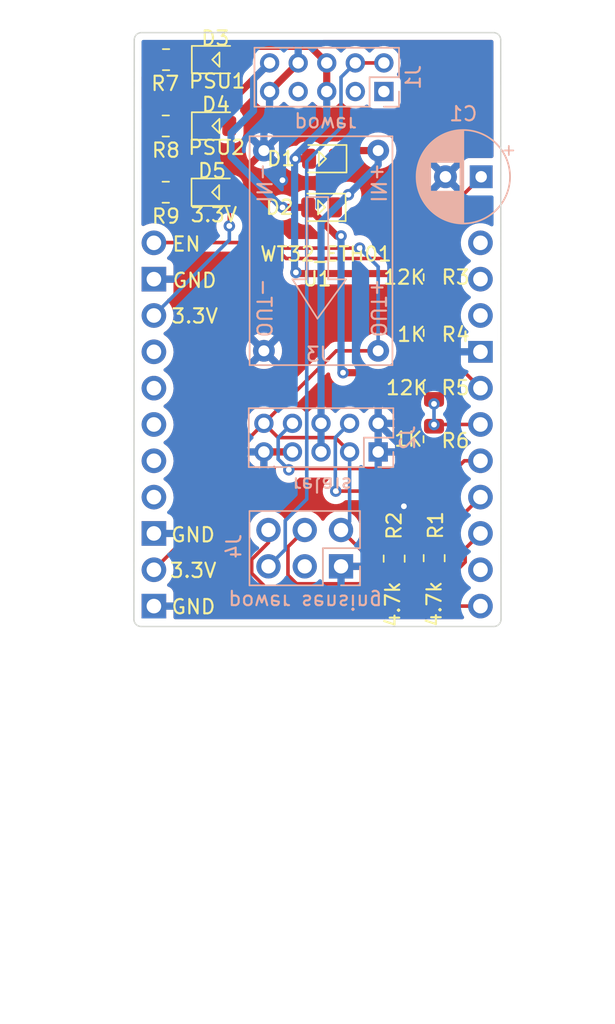
<source format=kicad_pcb>
(kicad_pcb (version 20211014) (generator pcbnew)

  (general
    (thickness 1.6)
  )

  (paper "A4")
  (layers
    (0 "F.Cu" signal)
    (31 "B.Cu" signal)
    (32 "B.Adhes" user "B.Adhesive")
    (33 "F.Adhes" user "F.Adhesive")
    (34 "B.Paste" user)
    (35 "F.Paste" user)
    (36 "B.SilkS" user "B.Silkscreen")
    (37 "F.SilkS" user "F.Silkscreen")
    (38 "B.Mask" user)
    (39 "F.Mask" user)
    (40 "Dwgs.User" user "User.Drawings")
    (41 "Cmts.User" user "User.Comments")
    (42 "Eco1.User" user "User.Eco1")
    (43 "Eco2.User" user "User.Eco2")
    (44 "Edge.Cuts" user)
    (45 "Margin" user)
    (46 "B.CrtYd" user "B.Courtyard")
    (47 "F.CrtYd" user "F.Courtyard")
    (48 "B.Fab" user)
    (49 "F.Fab" user)
    (50 "User.1" user)
    (51 "User.2" user)
    (52 "User.3" user)
    (53 "User.4" user)
    (54 "User.5" user)
    (55 "User.6" user)
    (56 "User.7" user)
    (57 "User.8" user)
    (58 "User.9" user)
  )

  (setup
    (stackup
      (layer "F.SilkS" (type "Top Silk Screen"))
      (layer "F.Paste" (type "Top Solder Paste"))
      (layer "F.Mask" (type "Top Solder Mask") (thickness 0.01))
      (layer "F.Cu" (type "copper") (thickness 0.035))
      (layer "dielectric 1" (type "core") (thickness 1.51) (material "FR4") (epsilon_r 4.5) (loss_tangent 0.02))
      (layer "B.Cu" (type "copper") (thickness 0.035))
      (layer "B.Mask" (type "Bottom Solder Mask") (thickness 0.01))
      (layer "B.Paste" (type "Bottom Solder Paste"))
      (layer "B.SilkS" (type "Bottom Silk Screen"))
      (copper_finish "None")
      (dielectric_constraints no)
    )
    (pad_to_mask_clearance 0)
    (pcbplotparams
      (layerselection 0x00010fc_ffffffff)
      (disableapertmacros false)
      (usegerberextensions true)
      (usegerberattributes false)
      (usegerberadvancedattributes false)
      (creategerberjobfile false)
      (svguseinch false)
      (svgprecision 6)
      (excludeedgelayer true)
      (plotframeref false)
      (viasonmask false)
      (mode 1)
      (useauxorigin false)
      (hpglpennumber 1)
      (hpglpenspeed 20)
      (hpglpendiameter 15.000000)
      (dxfpolygonmode true)
      (dxfimperialunits true)
      (dxfusepcbnewfont true)
      (psnegative false)
      (psa4output false)
      (plotreference true)
      (plotvalue true)
      (plotinvisibletext false)
      (sketchpadsonfab false)
      (subtractmaskfromsilk true)
      (outputformat 1)
      (mirror false)
      (drillshape 0)
      (scaleselection 1)
      (outputdirectory "gerber")
    )
  )

  (net 0 "")
  (net 1 "SENS_C")
  (net 2 "CENTER3PH")
  (net 3 "A0 IO")
  (net 4 "24VDC PSU1")
  (net 5 "Net-(U1-Pad1)")
  (net 6 "unconnected-(U1-Pad4)")
  (net 7 "SENSE_A")
  (net 8 "unconnected-(U1-Pad7)")
  (net 9 "unconnected-(U1-Pad8)")
  (net 10 "unconnected-(U1-Pad14)")
  (net 11 "unconnected-(U1-Pad15)")
  (net 12 "unconnected-(U1-Pad16)")
  (net 13 "SDA IO")
  (net 14 "SENSE_B")
  (net 15 "SCL IO")
  (net 16 "SENESE_B")
  (net 17 "A2 IO")
  (net 18 "24VDC PSU2")
  (net 19 "24VDC relais")
  (net 20 "SEN_OUT1")
  (net 21 "PSU1check")
  (net 22 "PSU2check")
  (net 23 "unconnected-(U1-Pad23)")
  (net 24 "unconnected-(U1-Pad5)")
  (net 25 "unconnected-(U1-Pad6)")
  (net 26 "SEN_OUT2")
  (net 27 "Net-(D3-Pad1)")
  (net 28 "Net-(D4-Pad1)")
  (net 29 "Net-(D5-Pad1)")

  (footprint "Resistor_SMD:R_0805_2012Metric" (layer "F.Cu") (at 124.12 72.9845 -90))

  (footprint "Resistor_SMD:R_0805_2012Metric" (layer "F.Cu") (at 121.32 92.66 90))

  (footprint "Resistor_SMD:R_0805_2012Metric" (layer "F.Cu") (at 105.33 67.04))

  (footprint "Resistor_SMD:R_0805_2012Metric" (layer "F.Cu") (at 124.11 80.6145 -90))

  (footprint "Resistor_SMD:R_0805_2012Metric" (layer "F.Cu") (at 124.12 76.872 -90))

  (footprint "Resistor_SMD:R_0805_2012Metric" (layer "F.Cu") (at 105.35 57.77))

  (footprint "Diode_SMD:D_0805_2012Metric" (layer "F.Cu") (at 116.2375 68.1 180))

  (footprint "LED_SMD:LED_0805_2012Metric" (layer "F.Cu") (at 108.84 57.77))

  (footprint "Diode_SMD:D_0805_2012Metric" (layer "F.Cu") (at 116.3 64.7 180))

  (footprint "Resistor_SMD:R_0805_2012Metric" (layer "F.Cu") (at 124.12 92.63 90))

  (footprint "Resistor_SMD:R_0805_2012Metric" (layer "F.Cu") (at 124.11 84.3145 -90))

  (footprint "LED_SMD:LED_0805_2012Metric" (layer "F.Cu") (at 108.84 62.41))

  (footprint "Resistor_SMD:R_0805_2012Metric" (layer "F.Cu") (at 105.33 62.41))

  (footprint "LED_SMD:LED_0805_2012Metric" (layer "F.Cu") (at 108.82 67.04))

  (footprint "powerbar_pcb:WT32_ETH01" (layer "F.Cu") (at 116.63612 66.79032))

  (footprint "Capacitor_THT:CP_Radial_D6.3mm_P2.50mm" (layer "B.Cu") (at 127.41 65.96 180))

  (footprint "Connector_PinHeader_2.00mm:PinHeader_2x05_P2.00mm_Vertical" (layer "B.Cu") (at 120.2 85.2 90))

  (footprint "Connector_PinHeader_2.00mm:PinHeader_2x05_P2.00mm_Vertical" (layer "B.Cu") (at 120.6 60 90))

  (footprint "powerbar_pcb:mini_dc_stepdown" (layer "B.Cu") (at 115.7 82.88 180))

  (footprint "Connector_PinHeader_2.54mm:PinHeader_2x03_P2.54mm_Vertical" (layer "B.Cu") (at 117.6 93.2 90))

  (gr_line (start 128.27 55.88) (end 103.632 55.88) (layer "Edge.Cuts") (width 0.1) (tstamp 03f2979d-59f0-44bc-ab04-db6de6ddf263))
  (gr_arc (start 103.124 56.388) (mid 103.27279 56.02879) (end 103.632 55.88) (layer "Edge.Cuts") (width 0.1) (tstamp 1ca835b9-6676-47c0-a32d-3cd84cedd04e))
  (gr_line (start 103.608 97.408) (end 128.292 97.408) (layer "Edge.Cuts") (width 0.1) (tstamp 264a833e-8706-4366-a795-cefda29902a8))
  (gr_line (start 103.124 56.388) (end 103.1 96.9) (layer "Edge.Cuts") (width 0.1) (tstamp 43407f7d-b90b-4fe8-b4c7-7065861953aa))
  (gr_arc (start 128.27 55.88) (mid 128.62921 56.02879) (end 128.778 56.388) (layer "Edge.Cuts") (width 0.1) (tstamp 4fa2a776-967e-42f5-8892-a9824348c50e))
  (gr_arc (start 128.8 96.9) (mid 128.65121 97.25921) (end 128.292 97.408) (layer "Edge.Cuts") (width 0.1) (tstamp 6929e45b-94a8-49e2-8c51-b084f9c68481))
  (gr_line (start 128.8 96.9) (end 128.778 56.388) (layer "Edge.Cuts") (width 0.1) (tstamp 887f0ef2-6f1c-4f74-8315-41191feb551c))
  (gr_arc (start 103.608 97.408) (mid 103.24879 97.25921) (end 103.1 96.9) (layer "Edge.Cuts") (width 0.1) (tstamp b08ab1e5-db40-48b0-a2e8-6cbed825f452))
  (gr_text "relais" (at 116.3 87.5 180) (layer "B.SilkS") (tstamp bdacfac0-a9a3-4791-85a0-7c3fcea1a805)
    (effects (font (size 1 1) (thickness 0.15)) (justify mirror))
  )
  (gr_text "power sensing" (at 115.1 95.7 180) (layer "B.SilkS") (tstamp ddea6eca-7898-4d18-a8d8-2f340c2c6cfa)
    (effects (font (size 1 1) (thickness 0.15)) (justify mirror))
  )
  (gr_text "power" (at 116.5 62.3 180) (layer "B.SilkS") (tstamp f17c3a96-89f9-4ceb-ba5d-5a355455f47b)
    (effects (font (size 1 1) (thickness 0.15)) (justify mirror))
  )
  (gr_text "3.3V\n" (at 107.36 75.7) (layer "F.SilkS") (tstamp 1a3ee4e4-c48a-4075-ad81-1c4af626ffc3)
    (effects (font (size 1 1) (thickness 0.15)))
  )
  (gr_text "GND" (at 107.27 96.03) (layer "F.SilkS") (tstamp 4cdca14e-dbed-417c-beff-446c59ac7c70)
    (effects (font (size 1 1) (thickness 0.15)))
  )
  (gr_text "EN" (at 106.78 70.67) (layer "F.SilkS") (tstamp 8df85f5a-35d6-4ce2-aa83-dc0c7407781b)
    (effects (font (size 1 1) (thickness 0.15)))
  )
  (gr_text "3.3V\n" (at 107.25 93.49) (layer "F.SilkS") (tstamp a113bfe1-4607-4796-8897-00296b73c1ac)
    (effects (font (size 1 1) (thickness 0.15)))
  )
  (gr_text "GND" (at 107.24 91) (layer "F.SilkS") (tstamp dd46cd61-35da-40fb-b0ac-588d91243410)
    (effects (font (size 1 1) (thickness 0.15)))
  )
  (gr_text "GND" (at 107.35 73.21) (layer "F.SilkS") (tstamp df6646f8-2f11-441e-8326-363b663fc9c6)
    (effects (font (size 1 1) (thickness 0.15)))
  )

  (segment (start 120.6 58) (end 118.6 58) (width 0.25) (layer "F.Cu") (net 2) (tstamp 31daddbf-6154-4d1b-9aec-a9925b8ace55))
  (segment (start 113.695 92.025) (end 113.695 90.005) (width 0.25) (layer "B.Cu") (net 2) (tstamp 154e2d9c-2d8f-4e6b-b9b0-6a4ca0d0af23))
  (segment (start 113.695 90.005) (end 115.2 88.5) (width 0.25) (layer "B.Cu") (net 2) (tstamp 33f85598-b8ad-4562-aba9-36b9ab2023d2))
  (segment (start 117.6 59) (end 118.6 58) (width 0.25) (layer "B.Cu") (net 2) (tstamp 63409c1b-a9be-49ac-8e11-297a42c43a51))
  (segment (start 112.52 93.2) (end 113.695 92.025) (width 0.25) (layer "B.Cu") (net 2) (tstamp 64910f53-2461-4286-bdd7-79e00edfe494))
  (segment (start 117.6 62.5) (end 117.6 59) (width 0.25) (layer "B.Cu") (net 2) (tstamp 660c8fe0-16b0-48d4-863f-ffa52aa94ecc))
  (segment (start 115.2 88.5) (end 115.2 64.9) (width 0.25) (layer "B.Cu") (net 2) (tstamp a2b3143d-4ca5-40fe-bae2-3c8d9af9a8c8))
  (segment (start 115.2 64.9) (end 117.6 62.5) (width 0.25) (layer "B.Cu") (net 2) (tstamp c1444ff3-321c-4959-a4e3-d41f8f8c7590))
  (segment (start 122.0125 89.0125) (end 122 89) (width 0.5) (layer "F.Cu") (net 3) (tstamp 270a5274-6e1b-45cc-8bec-0d78fdd32bc4))
  (segment (start 114.6 58) (end 112.6 60) (width 0.5) (layer "F.Cu") (net 3) (tstamp 4d5d73f5-3a30-4b04-867b-f8bd9836fb9d))
  (segment (start 111.2 79.63) (end 111.2 79.66) (width 0.5) (layer "F.Cu") (net 3) (tstamp fce17c35-9c72-4651-8e4d-de59f752e2df))
  (via (at 113.5 66.2) (size 0.8) (drill 0.4) (layers "F.Cu" "B.Cu") (net 3) (tstamp 0c67f399-c3a1-4051-ade0-41dc55df5c37))
  (via (at 122 89) (size 0.8) (drill 0.4) (layers "F.Cu" "B.Cu") (net 3) (tstamp 4d3e0619-fa93-4f95-8fc7-4c62e04c5a10))
  (segment (start 112.2 62.85) (end 112.2 64.13) (width 0.5) (layer "B.Cu") (net 3) (tstamp 0c999e15-7f4c-4b71-8ec0-9b8a3138a8d0))
  (segment (start 112.6 62.45) (end 112.6 60) (width 0.5) (layer "B.Cu") (net 3) (tstamp 29db20da-d337-49f9-b199-d0157a44a79e))
  (segment (start 122 85) (end 120.2 83.2) (width 0.5) (layer "B.Cu") (net 3) (tstamp 5904f202-36c6-406f-abe6-a87d6ad2e5b6))
  (segment (start 113.5 66.2) (end 113.5 63.35) (width 0.5) (layer "B.Cu") (net 3) (tstamp 64d90d67-61a9-413f-b58f-fe0e907e00fa))
  (segment (start 112.6 62.45) (end 112.2 62.85) (width 0.5) (layer "B.Cu") (net 3) (tstamp 8ce30224-e863-42ab-b819-f496c6c8fa7b))
  (segment (start 122 89) (end 122 85) (width 0.5) (layer "B.Cu") (net 3) (tstamp c104cc9b-c10e-40b1-b6cf-c650d339d1c6))
  (segment (start 113.5 63.35) (end 112.6 62.45) (width 0.5) (layer "B.Cu") (net 3) (tstamp ea3ddb58-18ea-4a6f-9236-c3eab1998fdc))
  (segment (start 109.7775 57.5125) (end 109.7775 57.77) (width 0.5) (layer "F.Cu") (net 4) (tstamp 180b8654-0442-4caa-b7e0-22871a373853))
  (segment (start 114.44 72.65) (end 114.52 72.73) (width 0.5) (layer "F.Cu") (net 4) (tstamp 36b9e41a-1c1d-400f-b370-eb1c65de5890))
  (segment (start 124.4425 72.43) (end 124.39 72.3775) (width 0.5) (layer "F.Cu") (net 4) (tstamp 43d3c819-895d-46d2-a77f-1f6bf7034ec1))
  (segment (start 116.6 58) (end 115.44 56.84) (width 0.5) (layer "F.Cu") (net 4) (tstamp 45e1a459-fb19-4f74-aa78-67cadcbd5ba9))
  (segment (start 110.7075 56.84) (end 109.7775 57.77) (width 0.5) (layer "F.Cu") (net 4) (tstamp 54475368-02be-4b9a-bd08-2dd6f792d7cb))
  (segment (start 114.52 72.73) (end 123.27 72.73) (width 0.5) (layer "F.Cu") (net 4) (tstamp 683188f0-59cf-4f5e-a0e7-2ed29d4b15aa))
  (segment (start 115.44 56.84) (end 110.7075 56.84) (width 0.5) (layer "F.Cu") (net 4) (tstamp 9055386c-66a5-4974-ae55-58fccea5d647))
  (segment (start 123.27 72.73) (end 123.99 72.01) (width 0.5) (layer "F.Cu") (net 4) (tstamp 9758b0bb-86be-4982-9e46-59f740a591c7))
  (segment (start 114.4 64.7) (end 115.3625 64.7) (width 0.5) (layer "F.Cu") (net 4) (tstamp e7d54fad-303a-4411-821c-cc93d73dfa9c))
  (segment (start 116.6 58) (end 116.6 60) (width 0.5) (layer "F.Cu") (net 4) (tstamp efeb2de9-3fe0-4737-9727-5e0722eb2fbb))
  (via (at 114.44 72.65) (size 0.8) (drill 0.4) (layers "F.Cu" "B.Cu") (net 4) (tstamp 6edcf69b-a8a5-4e2e-8671-fe466851a5ae))
  (via (at 114.4 64.7) (size 0.8) (drill 0.4) (layers "F.Cu" "B.Cu") (net 4) (tstamp 8db65adc-5f80-4058-a923-f238a7bfec48))
  (segment (start 116.6 62.3) (end 116.6 60) (width 0.5) (layer "B.Cu") (net 4) (tstamp 0a727f48-3299-4808-9f44-0b508006b9cc))
  (segment (start 114.35 64.75) (end 114.4 64.7) (width 0.5) (layer "B.Cu") (net 4) (tstamp 3db24784-95e1-4bf7-bbee-7fe51ecb4169))
  (segment (start 114.44 72.65) (end 114.35 72.56) (width 0.5) (layer "B.Cu") (net 4) (tstamp 5771d3c1-19e3-4fa5-971d-0fb90e71a864))
  (segment (start 114.4 64.5) (end 116.6 62.3) (width 0.5) (layer "B.Cu") (net 4) (tstamp 58b59631-4bab-458a-a6c0-bfefda9e9599))
  (segment (start 114.35 72.56) (end 114.35 64.75) (width 0.5) (layer "B.Cu") (net 4) (tstamp 652ce37e-cb95-4c9d-9ede-479ac67157ba))
  (segment (start 114.4 64.7) (end 114.4 64.5) (width 0.5) (layer "B.Cu") (net 4) (tstamp c01e0ea0-6dcd-4c66-bb81-0b46fa92965b))
  (segment (start 104.52 70.56) (end 104.5 70.58) (width 0.25) (layer "F.Cu") (net 5) (tstamp 0384cc20-63a6-489d-990e-18ab163891aa))
  (segment (start 127.41 65.96) (end 121.695 71.675) (width 0.25) (layer "F.Cu") (net 5) (tstamp 28cecdc2-3543-4f69-8c9e-552ff9083ddc))
  (segment (start 113.756104 71.675) (end 112.641104 70.56) (width 0.25) (layer "F.Cu") (net 5) (tstamp 3d10f2b5-ab8b-4ce0-8406-c440a0d89911))
  (segment (start 112.641104 70.56) (end 104.52 70.56) (width 0.25) (layer "F.Cu") (net 5) (tstamp 63971b25-7bcc-4ba4-a75c-f6ab86ac1c65))
  (segment (start 121.695 71.675) (end 113.756104 71.675) (width 0.25) (layer "F.Cu") (net 5) (tstamp 912811a4-4f83-4f15-9c05-d6b061d4f18c))
  (segment (start 104.90644 86.34) (end 104.51612 85.94968) (width 0.25) (layer "F.Cu") (net 8) (tstamp 2617f187-cdac-4508-9cee-b96a2529cb6e))
  (segment (start 104.957088 88.048712) (end 104.51612 88.48968) (width 0.25) (layer "F.Cu") (net 9) (tstamp f628fd27-f46f-4578-acf4-3ef9cb8f4998))
  (segment (start 127.41 70.6758) (end 127.37612 70.70968) (width 0.25) (layer "B.Cu") (net 10) (tstamp bbab72bf-4a3c-4224-a92b-0f311a51ba95))
  (segment (start 122.06 87.94) (end 117.23 87.94) (width 0.25) (layer "F.Cu") (net 13) (tstamp 0ebd7a7f-743a-4df6-9c7e-f5fa45a6a776))
  (segment (start 122.1275 92.555) (end 124.808173 92.555) (width 0.25) (layer "F.Cu") (net 13) (tstamp 35bc9fc9-bd28-427b-be47-4ea94f3cd570))
  (segment (start 122.83 88.71) (end 122.06 87.94) (width 0.25) (layer "F.Cu") (net 13) (tstamp 669355d2-aeb5-4b23-b748-4b36dcc9a1b4))
  (segment (start 122.83 90.2375) (end 122.83 88.71) (width 0.25) (layer "F.Cu") (net 13) (tstamp 6b7a1c3e-091f-4497-b4a6-4885a26636f5))
  (segment (start 117.414212 87.94) (end 117.499212 88.025) (width 0.25) (layer "F.Cu") (net 13) (tstamp 88f5f713-123f-4314-a425-f16a5007dadb))
  (segment (start 124.808173 92.555) (end 125.6 91.763173) (width 0.25) (layer "F.Cu") (net 13) (tstamp 8ec53679-5b00-4984-8e5d-9ace0a4831ac))
  (segment (start 121.32 91.7475) (end 122.83 90.2375) (width 0.25) (layer "F.Cu") (net 13) (tstamp 9d38d0dd-8e62-4e3c-a7bf-9739c892cbc8))
  (segment (start 117.23 87.94) (end 117.121288 88.048712) (width 0.25) (layer "F.Cu") (net 13) (tstamp d612aef6-5309-4417-8ee0-4f1d94586c7e))
  (segment (start 117.23 87.94) (end 117.414212 87.94) (width 0.25) (layer "F.Cu") (net 13) (tstamp daf0f475-f34e-4927-9f6d-97bec0ef4d5c))
  (segment (start 125.6 91.763173) (end 125.6 90.12) (width 0.25) (layer "F.Cu") (net 13) (tstamp dc4d1940-17d7-4db9-a8c5-034cddf0e0d4))
  (segment (start 125.6 90.12) (end 127.36 88.36) (width 0.25) (layer "F.Cu") (net 13) (tstamp f1fd6dfb-7405-4c24-85e8-251cd7b12b42))
  (segment (start 121.32 91.7475) (end 122.1275 92.555) (width 0.25) (layer "F.Cu") (net 13) (tstamp f5acdbd5-c24c-49a7-b452-2861e7cf89fe))
  (via (at 117.23 87.94) (size 0.8) (drill 0.4) (layers "F.Cu" "B.Cu") (net 13) (tstamp fcd0ee5d-f9be-4860-9169-031f379021e5))
  (segment (start 117.23 87.94) (end 117.2 87.91) (width 0.25) (layer "B.Cu") (net 13) (tstamp 028c5e7c-a7f7-48e9-94ad-83babab7dde6))
  (segment (start 117.2 84.2) (end 118.2 83.2) (width 0.25) (layer "B.Cu") (net 13) (tstamp 3f6646a9-9c5f-4cfd-a7a2-5e9032520b4e))
  (segment (start 117.2 87.91) (end 117.2 84.2) (width 0.25) (layer "B.Cu") (net 13) (tstamp 9ff049b2-328a-4d4e-93e2-8480dd10f6d7))
  (segment (start 122.42 86.36) (end 124.12 88.06) (width 0.25) (layer "F.Cu") (net 15) (tstamp 27d03171-8f4a-4050-859b-2ce24cd464a5))
  (segment (start 124.12 87.93) (end 126.23 85.82) (width 0.25) (layer "F.Cu") (net 15) (tstamp 2c488269-2163-4b3c-bd99-85099ec26851))
  (segment (start 124.12 91.7175) (end 124.12 88.06) (width 0.25) (layer "F.Cu") (net 15) (tstamp 42fb0a5b-8393-4e4e-9b99-695e6e100446))
  (segment (start 124.12 88.06) (end 124.12 87.93) (width 0.25) (layer "F.Cu") (net 15) (tstamp 5758d5b7-6a68-40b0-8d88-983d2dab336e))
  (segment (start 126.23 85.82) (end 127.36 85.82) (width 0.25) (layer "F.Cu") (net 15) (tstamp 7bb40367-67cc-4064-a02a-aa6a33a4521e))
  (segment (start 113.9458 86.448895) (end 114.034695 86.36) (width 0.25) (layer "F.Cu") (net 15) (tstamp 8410d230-0ea0-42d8-88d7-5e9d2b384c86))
  (segment (start 114.034695 86.36) (end 122.42 86.36) (width 0.25) (layer "F.Cu") (net 15) (tstamp ea4c754f-39d1-4aa0-b6ac-bba2ae4665e6))
  (segment (start 126.92 86.35) (end 127.315 85.955) (width 0.25) (layer "F.Cu") (net 15) (tstamp ebe3b642-7d20-4083-93fb-6fca2ab8da03))
  (via (at 113.9458 86.448895) (size 0.8) (drill 0.4) (layers "F.Cu" "B.Cu") (net 15) (tstamp 9f53517a-2855-44f8-ace5-7f8d2abbf13b))
  (segment (start 113.2 84.2) (end 114.2 83.2) (width 0.25) (layer "B.Cu") (net 15) (tstamp 68d3b20b-4578-485b-ac86-ffaef49b4d2d))
  (segment (start 113.9458 86.448895) (end 113.2 85.703095) (width 0.25) (layer "B.Cu") (net 15) (tstamp a76b3ff5-8916-4395-844d-3bfb280bc07a))
  (segment (start 113.2 85.703095) (end 113.2 84.2) (width 0.25) (layer "B.Cu") (net 15) (tstamp f49b9318-ccfb-4127-b5f4-8a096b20367a))
  (segment (start 120.5125 93.5725) (end 121.32 93.5725) (width 0.25) (layer "F.Cu") (net 17) (tstamp 06449f29-cbce-43ac-9e4b-b5e58b67aa87))
  (segment (start 109.78 69.4) (end 109.78 67.0625) (width 0.25) (layer "F.Cu") (net 17) (tstamp 06753ab8-f9fe-4bf0-bb41-7ed1acedccfa))
  (segment (start 117.6 90.66) (end 120.5125 93.5725) (width 0.25) (layer "F.Cu") (net 17) (tstamp 09704f3b-2ecc-4a83-9618-becbdb6743f5))
  (segment (start 106.11 91.83) (end 106.11 89.29) (width 0.25) (layer "F.Cu") (net 17) (tstamp 0d759849-7c96-47c9-bf4a-8f38dfd71190))
  (segment (start 109.78 67.0625) (end 109.7575 67.04) (width 0.25) (layer "F.Cu") (net 17) (tstamp 0eb99af1-61e0-4c2a-8280-635f0e33987f))
  (segment (start 124.09 93.5725) (end 124.12 93.5425) (width 0.25) (layer "F.Cu") (net 17) (tstamp 1fa93288-253c-4472-a228-df19d4e6fd95))
  (segment (start 112.2 83.2) (end 117.27 78.13) (width 0.25) (layer "F.Cu") (net 17) (tstamp 3f424506-30da-41cd-a347-711794c1716c))
  (segment (start 124.12 93.5425) (end 124.14718 93.56968) (width 0.25) (layer "F.Cu") (net 17) (tstamp 54609ac9-6fdf-4723-a6a8-e0156d4bb62b))
  (segment (start 121.32 93.5725) (end 124.09 93.5725) (width 0.25) (layer "F.Cu") (net 17) (tstamp 5558f4e9-5ed7-4402-87f6-888f827fe803))
  (segment (start 117.2 84.2) (end 118.2 85.2) (width 0.25) (layer "F.Cu") (net 17) (tstamp 65c06735-136d-4150-95c5-033f6a9496a9))
  (segment (start 112.2 83.2) (end 113.2 84.2) (width 0.25) (layer "F.Cu") (net 17) (tstamp 6cc00c6b-7203-4c5b-8741-39250bd4d3a9))
  (segment (start 104.5 93.44) (end 106.11 91.83) (width 0.25) (layer "F.Cu") (net 17) (tstamp 9323bd43-ca44-4f05-a44c-99502e24e0a0))
  (segment (start 106.11 89.29) (end 112.2 83.2) (width 0.25) (layer "F.Cu") (net 17) (tstamp 96dcc150-5045-4d5b-a3f3-b8759a4d3287))
  (segment (start 113.2 84.2) (end 117.2 84.2) (width 0.25) (layer "F.Cu") (net 17) (tstamp 983aa5da-0010-4510-b08c-6a3bee134a4d))
  (segment (start 113.6675 70.95) (end 109.7575 67.04) (width 0.25) (layer "F.Cu") (net 17) (tstamp a3576465-8ede-47fb-bcd2-620da259a364))
  (segment (start 111.86 83.2) (end 112.2 83.2) (width 0.25) (layer "F.Cu") (net 17) (tstamp c61f3192-2037-4048-9048-32215c3cc68d))
  (segment (start 118.9 70.95) (end 113.6675 70.95) (width 0.25) (layer "F.Cu") (net 17) (tstamp cba5cd98-bc5e-4c18-bbdd-41fa1b29a1ff))
  (segment (start 111.9 83.2) (end 112.2 83.2) (width 0.25) (layer "F.Cu") (net 17) (tstamp ce89c25c-0169-41f0-8a61-71ad0e3b413d))
  (segment (start 117.27 78.13) (end 120.2 78.13) (width 0.25) (layer "F.Cu") (net 17) (tstamp dd4b45fd-ae92-4136-9bfb-4f5f0679c45e))
  (via (at 109.78 69.4) (size 0.8) (drill 0.4) (layers "F.Cu" "B.Cu") (net 17) (tstamp d64ec060-10fd-4dec-93c7-f52e93b9e7eb))
  (via (at 118.9 70.95) (size 0.8) (drill 0.4) (layers "F.Cu" "B.Cu") (net 17) (tstamp e200103e-bbb2-40f1-943e-9d8fbc75f3b7))
  (segment (start 120.2 72.25) (end 120.2 78.13) (width 0.25) (layer "B.Cu") (net 17) (tstamp 450b4c6a-b4ef-40dc-a897-614b93fb6dfd))
  (segment (start 118.2 90.06) (end 117.6 90.66) (width 0.25) (layer "B.Cu") (net 17) (tstamp 46d4ca5d-fe2f-44e0-80c8-3b23a281b2dc))
  (segment (start 109.78 70.38) (end 109.78 69.4) (width 0.25) (layer "B.Cu") (net 17) (tstamp 7b71d97b-8c53-4bef-811f-6ff99c5993e9))
  (segment (start 118.2 85.2) (end 118.2 90.06) (width 0.25) (layer "B.Cu") (net 17) (tstamp 930edb77-7bcf-4fe7-b073-2bb26661ecb9))
  (segment (start 118.9 70.95) (end 120.2 72.25) (width 0.25) (layer "B.Cu") (net 17) (tstamp a5183292-6277-47d9-b43e-10606925b2e3))
  (segment (start 104.5 75.66) (end 109.78 70.38) (width 0.25) (layer "B.Cu") (net 17) (tstamp ea6e563d-ba14-4f61-9883-8c32092445f9))
  (segment (start 109.7775 60.8225) (end 112.6 58) (width 0.5) (layer "F.Cu") (net 18) (tstamp 1913e832-0b94-4b61-92dd-dfb33cc111dd))
  (segment (start 124.068 79.66) (end 124.11 79.702) (width 0.5) (layer "F.Cu") (net 18) (tstamp 4998e87d-f409-4680-98df-ab961884415b))
  (segment (start 113.5 68.1) (end 115.3 68.1) (width 0.5) (layer "F.Cu") (net 18) (tstamp 62d6428f-a1b8-4913-a268-541c824d392b))
  (segment (start 117.3 70.1) (end 115.3 68.1) (width 0.5) (layer "F.Cu") (net 18) (tstamp 670f22b3-e247-40ee-87b1-a5cb5c0edf5e))
  (segment (start 109.7775 62.41) (end 109.7775 60.8225) (width 0.5) (layer "F.Cu") (net 18) (tstamp b72ecc99-9fb8-4184-a925-73e5887a1df2))
  (segment (start 117.74 79.66) (end 124.068 79.66) (width 0.5) (layer "F.Cu") (net 18) (tstamp d5283dec-d74b-4044-9a4a-81dd1b4567e3))
  (segment (start 117.6 70.1) (end 117.3 70.1) (width 0.5) (layer "F.Cu") (net 18) (tstamp ebe0f726-d70f-446b-aea8-13dfe2cb037c))
  (via (at 113.5 68.1) (size 0.8) (drill 0.4) (layers "F.Cu" "B.Cu") (net 18) (tstamp 25a10be8-5d40-486d-9adf-9a69ec0fa7d9))
  (via (at 117.74 79.66) (size 0.8) (drill 0.4) (layers "F.Cu" "B.Cu") (net 18) (tstamp 686e7673-9086-42de-921a-aafe5bc2e13d))
  (via (at 117.6 70.1) (size 0.8) (drill 0.4) (layers "F.Cu" "B.Cu") (net 18) (tstamp d77d5201-8515-4d3e-8175-61d0284b34a0))
  (segment (start 111.475 59.125) (end 112.6 58) (width 0.5) (layer "B.Cu") (net 18) (tstamp 2c91b6ab-e18b-4158-8095-97bf1d63df75))
  (segment (start 117.74 79.66) (end 117.6 79.52) (width 0.5) (layer "B.Cu") (net 18) (tstamp 2d6f5fec-9f2b-40f6-af5a-79ac23c532c3))
  (segment (start 109.9 62.918) (end 111.475 61.343) (width 0.5) (layer "B.Cu") (net 18) (tstamp 30445f72-f77b-46e8-9955-246b3b30bfec))
  (segment (start 117.6 79.52) (end 117.6 70.1) (width 0.5) (layer "B.Cu") (net 18) (tstamp 61bc3c9f-1d3d-4227-8fb1-e45bcd276ca4))
  (segment (start 113.5 68.1) (end 113.455973 68.1) (width 0.5) (layer "B.Cu") (net 18) (tstamp 76a3dff2-8a78-4ad6-a59c-860c214d0712))
  (segment (start 111.475 61.343) (end 111.475 59.125) (width 0.5) (layer "B.Cu") (net 18) (tstamp 928f4ffc-a8f0-42de-9ab6-ec6472aceb73))
  (segment (start 109.9 64.544027) (end 109.9 62.918) (width 0.5) (layer "B.Cu") (net 18) (tstamp a95309c3-0225-4561-a3a2-ccc091945f74))
  (segment (start 113.455973 68.1) (end 109.9 64.544027) (width 0.5) (layer "B.Cu") (net 18) (tstamp bd58c40c-c50a-480e-9e08-9c2919b6d153))
  (segment (start 117.175 68.1) (end 117.23 68.1) (width 0.5) (layer "F.Cu") (net 19) (tstamp 0a62ed76-3b49-4c26-9000-ee7f8b8bb201))
  (segment (start 120.2 64.13) (end 117.8075 64.13) (width 0.5) (layer "F.Cu") (net 19) (tstamp 319e0385-1bb1-4839-bc03-b00c5b057ef7))
  (segment (start 117.23 68.1) (end 118.115 67.215) (width 0.5) (layer "F.Cu") (net 19) (tstamp 4cbb5e39-5378-4223-8e50-147c3cd6e18b))
  (segment (start 117.8075 64.13) (end 117.2375 64.7) (width 0.5) (layer "F.Cu") (net 19) (tstamp 7452c1f3-38f3-477b-80b1-011c838f5c2e))
  (segment (start 120.42 64.35) (end 120.2 64.13) (width 0.5) (layer "F.Cu") (net 19) (tstamp c6ecc2e2-69df-4138-93b9-c74a03b3fe81))
  (via (at 118.115 67.215) (size 0.8) (drill 0.4) (layers "F.Cu" "B.Cu") (net 19) (tstamp 9bceec11-5dde-4f08-aeea-5b9de60288ef))
  (segment (start 116.2 83.2) (end 116.2 69.13) (width 0.5) (layer "B.Cu") (net 19) (tstamp 9e95a761-be16-4a91-9301-38884b848bcd))
  (segment (start 120.2 64.13) (end 120.2 65.13) (width 0.5) (layer "B.Cu") (net 19) (tstamp 9ea9291a-7736-4cb7-a854-0b4305173417))
  (segment (start 120.2 65.13) (end 118.115 67.215) (width 0.5) (layer "B.Cu") (net 19) (tstamp d5fd3a5a-6249-467d-b932-3f573a72c9a0))
  (segment (start 116.2 69.13) (end 118.115 67.215) (width 0.5) (layer "B.Cu") (net 19) (tstamp ea90d794-5d3c-4e21-80df-c6a2e85b40a3))
  (segment (start 116.2 85.2) (end 116.2 83.2) (width 0.5) (layer "B.Cu") (net 19) (tstamp fbac9d42-a68e-4da5-8e1a-e2a76f7a34d0))
  (segment (start 126.29 91.97) (end 127.36 90.9) (width 0.25) (layer "F.Cu") (net 20) (tstamp 29396d36-fb18-4f2b-8254-72506c5cdca1))
  (segment (start 124.77 94.42) (end 126.29 92.9) (width 0.25) (layer "F.Cu") (net 20) (tstamp 32c85a06-b395-4483-8b8f-f18227a06bf5))
  (segment (start 113.885 91.835) (end 113.885 93.815) (width 0.25) (layer "F.Cu") (net 20) (tstamp 4bf5ae35-775f-47fb-915a-003062237610))
  (segment (start 114.49 94.42) (end 124.77 94.42) (width 0.25) (layer "F.Cu") (net 20) (tstamp 63672f2e-6a26-448c-aec1-24712c7c746c))
  (segment (start 113.885 93.815) (end 114.49 94.42) (width 0.25) (layer "F.Cu") (net 20) (tstamp 8fc81cde-61bc-462b-b2e2-132b9cb9f847))
  (segment (start 126.29 92.9) (end 126.29 91.97) (width 0.25) (layer "F.Cu") (net 20) (tstamp a0ff0de0-8516-4fb1-babe-f911ed3e99de))
  (segment (start 115.06 90.66) (end 113.885 91.835) (width 0.25) (layer "F.Cu") (net 20) (tstamp cd603398-5f71-4ae0-b906-b31479942eb8))
  (segment (start 124.12 75.9595) (end 124.12 73.897) (width 0.25) (layer "F.Cu") (net 21) (tstamp 410f3132-9658-4a74-b470-11321af99a4b))
  (segment (start 124.12 75.9595) (end 125.62 77.4595) (width 0.25) (layer "F.Cu") (net 21) (tstamp 4b685fcd-e593-4b17-bfd4-9457e02c88b0))
  (segment (start 125.62 79) (end 127.36 80.74) (width 0.25) (layer "F.Cu") (net 21) (tstamp 6f0ea80f-9d4c-463a-9b1e-47883903910c))
  (segment (start 125.62 77.4595) (end 125.62 79) (width 0.25) (layer "F.Cu") (net 21) (tstamp da77c5db-4ad6-4ce3-853f-5bc4737c0bde))
  (segment (start 124.232 83.28) (end 127.36 83.28) (width 0.25) (layer "F.Cu") (net 22) (tstamp 2515e33b-5e33-4760-9543-75372d0384a4))
  (segment (start 124.11 83.402) (end 124.232 83.28) (width 0.25) (layer "F.Cu") (net 22) (tstamp eef5dc89-a215-4343-8541-ba1a94cdf51d))
  (via (at 124.11 83.289) (size 0.8) (drill 0.4) (layers "F.Cu" "B.Cu") (net 22) (tstamp 3e3b4362-de9f-4cc0-81cf-6f46c3d303c2))
  (via (at 124.11 81.84) (size 0.8) (drill 0.4) (layers "F.Cu" "B.Cu") (net 22) (tstamp d6c66b55-0c17-4529-833a-4267dc2e7627))
  (segment (start 124.11 83.289) (end 124.11 81.84) (width 0.25) (layer "B.Cu") (net 22) (tstamp 981c3c31-c8f1-43c2-b613-323ea7a604e1))
  (segment (start 112.52 91.538299) (end 111.345 92.713299) (width 0.25) (layer "F.Cu") (net 26) (tstamp 28e15c51-380e-4025-9a3f-8798dedbfb05))
  (segment (start 111.345 93.686701) (end 112.528299 94.87) (width 0.25) (layer "F.Cu") (net 26) (tstamp 79d8e7f6-8174-45b8-b8fb-7f45ea649921))
  (segment (start 112.528299 94.87) (end 124.75 94.87) (width 0.25) (layer "F.Cu") (net 26) (tstamp 7c498678-52ce-4643-b485-b221d67435cd))
  (segment (start 111.345 92.713299) (end 111.345 93.686701) (width 0.25) (layer "F.Cu") (net 26) (tstamp 8656aa09-2089-4d03-9351-d9d285a7ca60))
  (segment (start 125.86 95.98) (end 127.36 95.98) (width 0.25) (layer "F.Cu") (net 26) (tstamp ca364c16-be7f-4ffb-979d-55f2e55dc0c6))
  (segment (start 112.52 90.66) (end 112.52 91.538299) (width 0.25) (layer "F.Cu") (net 26) (tstamp e1b22586-dcc4-4c85-a2dc-bfcfa61688e9))
  (segment (start 124.75 94.87) (end 125.86 95.98) (width 0.25) (layer "F.Cu") (net 26) (tstamp f6ac1602-961e-4835-bd50-faea148778cf))
  (segment (start 107.9025 57.77) (end 106.2625 57.77) (width 0.25) (layer "F.Cu") (net 27) (tstamp 20ae29fe-6710-450d-80c5-e54a2bc3374f))
  (segment (start 107.9025 62.41) (end 106.2425 62.41) (width 0.25) (layer "F.Cu") (net 28) (tstamp 96032068-d48f-45c1-925a-f6de71bf612c))
  (segment (start 107.8825 67.04) (end 106.2425 67.04) (width 0.25) (layer "F.Cu") (net 29) (tstamp f33f2d04-1fa3-4e3e-892a-e3ae61f6b7cf))

  (zone (net 3) (net_name "A0 IO") (layer "F.Cu") (tstamp adfdf93f-7287-49a1-be8e-d90f926e75ce) (hatch edge 0.508)
    (connect_pads (clearance 0.508))
    (min_thickness 0.254) (filled_areas_thickness no)
    (fill yes (thermal_gap 0.508) (thermal_bridge_width 0.508))
    (polygon
      (pts
        (xy 99.8 54.7)
        (xy 124.6 54.6)
        (xy 136.8 53.9)
        (xy 136.398 69.342)
        (xy 135.636 124.968)
        (xy 93.726 124.206)
        (xy 94.996 68.326)
        (xy 95.4 54.5)
      )
    )
    (filled_polygon
      (layer "F.Cu")
      (pts
        (xy 114.396121 84.966002)
        (xy 114.442614 85.019658)
        (xy 114.454 85.072)
        (xy 114.454 85.328)
        (xy 114.433998 85.396121)
        (xy 114.380342 85.442614)
        (xy 114.328 85.454)
        (xy 112.472115 85.454)
        (xy 112.456876 85.458475)
        (xy 112.455671 85.459865)
        (xy 112.454 85.467548)
        (xy 112.454 86.340512)
        (xy 112.457966 86.354018)
        (xy 112.471883 86.356011)
        (xy 112.482817 86.353386)
        (xy 112.677763 86.28721)
        (xy 112.688272 86.282531)
        (xy 112.860079 86.186314)
        (xy 112.929287 86.17048)
        (xy 112.996069 86.194577)
        (xy 113.039222 86.250954)
        (xy 113.046955 86.309418)
        (xy 113.032986 86.44233)
        (xy 113.032296 86.448895)
        (xy 113.052258 86.638823)
        (xy 113.111273 86.820451)
        (xy 113.20676 86.985839)
        (xy 113.211178 86.990746)
        (xy 113.211179 86.990747)
        (xy 113.301187 87.090711)
        (xy 113.334547 87.127761)
        (xy 113.489048 87.240013)
        (xy 113.495076 87.242697)
        (xy 113.495078 87.242698)
        (xy 113.657481 87.315004)
        (xy 113.663512 87.317689)
        (xy 113.746685 87.335368)
        (xy 113.843856 87.356023)
        (xy 113.843861 87.356023)
        (xy 113.850313 87.357395)
        (xy 114.041287 87.357395)
        (xy 114.047739 87.356023)
        (xy 114.047744 87.356023)
        (xy 114.144915 87.335368)
        (xy 114.228088 87.317689)
        (xy 114.234119 87.315004)
        (xy 114.396522 87.242698)
        (xy 114.396524 87.242697)
        (xy 114.402552 87.240013)
        (xy 114.557053 87.127761)
        (xy 114.640404 87.03519)
        (xy 114.70085 86.99795)
        (xy 114.73404 86.9935)
        (xy 116.599325 86.9935)
        (xy 116.667446 87.013502)
        (xy 116.713939 87.067158)
        (xy 116.724043 87.137432)
        (xy 116.694549 87.202012)
        (xy 116.673386 87.221436)
        (xy 116.618747 87.261134)
        (xy 116.614326 87.266044)
        (xy 116.614325 87.266045)
        (xy 116.533309 87.356023)
        (xy 116.49096 87.403056)
        (xy 116.395473 87.568444)
        (xy 116.336458 87.750072)
        (xy 116.335768 87.756633)
        (xy 116.335768 87.756635)
        (xy 116.317186 87.933435)
        (xy 116.316496 87.94)
        (xy 116.336458 88.129928)
        (xy 116.395473 88.311556)
        (xy 116.398776 88.317278)
        (xy 116.398777 88.317279)
        (xy 116.410348 88.337321)
        (xy 116.49096 88.476944)
        (xy 116.618747 88.618866)
        (xy 116.662443 88.650613)
        (xy 116.730501 88.70006)
        (xy 116.773248 88.731118)
        (xy 116.779276 88.733802)
        (xy 116.779278 88.733803)
        (xy 116.8829 88.779938)
        (xy 116.947712 88.808794)
        (xy 117.041113 88.828647)
        (xy 117.128056 88.847128)
        (xy 117.128061 88.847128)
        (xy 117.134513 88.8485)
        (xy 117.325487 88.8485)
        (xy 117.331939 88.847128)
        (xy 117.331944 88.847128)
        (xy 117.418887 88.828647)
        (xy 117.512288 88.808794)
        (xy 117.5771 88.779938)
        (xy 117.680722 88.733803)
        (xy 117.680724 88.733802)
        (xy 117.686752 88.731118)
        (xy 117.718975 88.707707)
        (xy 117.819671 88.634546)
        (xy 117.841253 88.618866)
        (xy 117.845668 88.613963)
        (xy 117.85058 88.60954)
        (xy 117.851705 88.610789)
        (xy 117.905014 88.577949)
        (xy 117.9382 88.5735)
        (xy 121.745406 88.5735)
        (xy 121.813527 88.593502)
        (xy 121.834501 88.610405)
        (xy 122.159595 88.935499)
        (xy 122.193621 88.997811)
        (xy 122.1965 89.024594)
        (xy 122.1965 89.922905)
        (xy 122.176498 89.991026)
        (xy 122.159595 90.012)
        (xy 121.482 90.689595)
        (xy 121.419688 90.723621)
        (xy 121.392905 90.7265)
        (xy 120.8196 90.7265)
        (xy 120.816354 90.726837)
        (xy 120.81635 90.726837)
        (xy 120.720692 90.736762)
        (xy 120.720688 90.736763)
        (xy 120.713834 90.737474)
        (xy 120.707298 90.739655)
        (xy 120.707296 90.739655)
        (xy 120.575194 90.783728)
        (xy 120.546054 90.79345)
        (xy 120.395652 90.886522)
        (xy 120.270695 91.011697)
        (xy 120.266855 91.017927)
        (xy 120.266854 91.017928)
        (xy 120.186874 91.14768)
        (xy 120.177885 91.162262)
        (xy 120.175581 91.169209)
        (xy 120.129671 91.307625)
        (xy 120.122203 91.330139)
        (xy 120.121503 91.336975)
        (xy 120.121502 91.336978)
        (xy 120.118931 91.362077)
        (xy 120.1115 91.4346)
        (xy 120.1115 91.971406)
        (xy 120.091498 92.039527)
        (xy 120.037842 92.08602)
        (xy 119.967568 92.096124)
        (xy 119.902988 92.06663)
        (xy 119.896422 92.060518)
        (xy 118.951216 91.115311)
        (xy 118.917192 91.053001)
        (xy 118.919755 90.989589)
        (xy 118.930865 90.953022)
        (xy 118.93237 90.948069)
        (xy 118.961529 90.72659)
        (xy 118.962433 90.689595)
        (xy 118.963074 90.663365)
        (xy 118.963074 90.663361)
        (xy 118.963156 90.66)
        (xy 118.944852 90.437361)
        (xy 118.890431 90.220702)
        (xy 118.801354 90.01584)
        (xy 118.680014 89.828277)
        (xy 118.52967 89.663051)
        (xy 118.525619 89.659852)
        (xy 118.525615 89.659848)
        (xy 118.358414 89.5278)
        (xy 118.35841 89.527798)
        (xy 118.354359 89.524598)
        (xy 118.158789 89.416638)
        (xy 118.15392 89.414914)
        (xy 118.153916 89.414912)
        (xy 117.953087 89.343795)
        (xy 117.953083 89.343794)
        (xy 117.948212 89.342069)
        (xy 117.943119 89.341162)
        (xy 117.943116 89.341161)
        (xy 117.733373 89.3038)
        (xy 117.733367 89.303799)
        (xy 117.728284 89.302894)
        (xy 117.654452 89.301992)
        (xy 117.510081 89.300228)
        (xy 117.510079 89.300228)
        (xy 117.504911 89.300165)
        (xy 117.284091 89.333955)
        (xy 117.071756 89.403357)
        (xy 117.041443 89.419137)
        (xy 116.91205 89.486495)
        (xy 116.873607 89.506507)
        (xy 116.869474 89.50961)
        (xy 116.869471 89.509612)
        (xy 116.6991 89.63753)
        (xy 116.694965 89.640635)
        (xy 116.691393 89.644373)
        (xy 116.553472 89.788699)
        (xy 116.540629 89.802138)
        (xy 116.433201 89.959621)
        (xy 116.378293 90.004621)
        (xy 116.307768 90.012792)
        (xy 116.244021 89.981538)
        (xy 116.223324 89.957054)
        (xy 116.142822 89.832617)
        (xy 116.14282 89.832614)
        (xy 116.140014 89.828277)
        (xy 115.98967 89.663051)
        (xy 115.985619 89.659852)
        (xy 115.985615 89.659848)
        (xy 115.818414 89.5278)
        (xy 115.81841 89.527798)
        (xy 115.814359 89.524598)
        (xy 115.618789 89.416638)
        (xy 115.61392 89.414914)
        (xy 115.613916 89.414912)
        (xy 115.413087 89.343795)
        (xy 115.413083 89.343794)
        (xy 115.408212 89.342069)
        (xy 115.403119 89.341162)
        (xy 115.403116 89.341161)
        (xy 115.193373 89.3038)
        (xy 115.193367 89.303799)
        (xy 115.188284 89.302894)
        (xy 115.114452 89.301992)
        (xy 114.970081 89.300228)
        (xy 114.970079 89.300228)
        (xy 114.964911 89.300165)
        (xy 114.744091 89.333955)
        (xy 114.531756 89.403357)
        (xy 114.501443 89.419137)
        (xy 114.37205 89.486495)
        (xy 114.333607 89.506507)
        (xy 114.329474 89.50961)
        (xy 114.329471 89.509612)
        (xy 114.1591 89.63753)
        (xy 114.154965 89.640635)
        (xy 114.151393 89.644373)
        (xy 114.013472 89.788699)
        (xy 114.000629 89.802138)
        (xy 113.893201 89.959621)
        (xy 113.838293 90.004621)
        (xy 113.767768 90.012792)
        (xy 113.704021 89.981538)
        (xy 113.683324 89.957054)
        (xy 113.602822 89.832617)
        (xy 113.60282 89.832614)
        (xy 113.600014 89.828277)
        (xy 113.44967 89.663051)
        (xy 113.445619 89.659852)
        (xy 113.445615 89.659848)
        (xy 113.278414 89.5278)
        (xy 113.27841 89.527798)
        (xy 113.274359 89.524598)
        (xy 113.078789 89.416638)
        (xy 113.07392 89.414914)
        (xy 113.073916 89.414912)
        (xy 112.873087 89.343795)
        (xy 112.873083 89.343794)
        (xy 112.868212 89.342069)
        (xy 112.863119 89.341162)
        (xy 112.863116 89.341161)
        (xy 112.653373 89.3038)
        (xy 112.653367 89.303799)
        (xy 112.648284 89.302894)
        (xy 112.574452 89.301992)
        (xy 112.430081 89.300228)
        (xy 112.430079 89.300228)
        (xy 112.424911 89.300165)
        (xy 112.204091 89.333955)
        (xy 111.991756 89.403357)
        (xy 111.961443 89.419137)
        (xy 111.83205 89.486495)
        (xy 111.793607 89.506507)
        (xy 111.789474 89.50961)
        (xy 111.789471 89.509612)
        (xy 111.6191 89.63753)
        (xy 111.614965 89.640635)
        (xy 111.611393 89.644373)
        (xy 111.473472 89.788699)
        (xy 111.460629 89.802138)
        (xy 111.334743 89.98668)
        (xy 111.240688 90.189305)
        (xy 111.180989 90.40457)
        (xy 111.157251 90.626695)
        (xy 111.157548 90.631848)
        (xy 111.157548 90.631851)
        (xy 111.165136 90.76345)
        (xy 111.17011 90.849715)
        (xy 111.171247 90.854761)
        (xy 111.171248 90.854767)
        (xy 111.191119 90.942939)
        (xy 111.219222 91.067639)
        (xy 111.303266 91.274616)
        (xy 111.341481 91.336978)
        (xy 111.417291 91.460688)
        (xy 111.419987 91.465088)
        (xy 111.471913 91.525032)
        (xy 111.501395 91.589616)
        (xy 111.491281 91.659889)
        (xy 111.46577 91.696625)
        (xy 111.205756 91.956638)
        (xy 110.952742 92.209652)
        (xy 110.944463 92.217186)
        (xy 110.937982 92.221299)
        (xy 110.908613 92.252574)
        (xy 110.891357 92.27095)
        (xy 110.888602 92.273792)
        (xy 110.868865 92.293529)
        (xy 110.866385 92.296726)
        (xy 110.858682 92.305746)
        (xy 110.828414 92.337978)
        (xy 110.824595 92.344924)
        (xy 110.824593 92.344927)
        (xy 110.818652 92.355733)
        (xy 110.807801 92.372252)
        (xy 110.795386 92.388258)
        (xy 110.792241 92.395527)
        (xy 110.792238 92.395531)
        (xy 110.777826 92.428836)
        (xy 110.772609 92.439486)
        (xy 110.751305 92.478239)
        (xy 110.749334 92.485914)
        (xy 110.749334 92.485915)
        (xy 110.746267 92.497861)
        (xy 110.739863 92.516565)
        (xy 110.731819 92.535154)
        (xy 110.73058 92.542977)
        (xy 110.730577 92.542987)
        (xy 110.724901 92.578823)
        (xy 110.722495 92.590443)
        (xy 110.7115 92.633269)
        (xy 110.7115 92.653523)
        (xy 110.709949 92.673233)
        (xy 110.70678 92.693242)
        (xy 110.707526 92.701134)
        (xy 110.710941 92.73726)
        (xy 110.7115 92.749118)
        (xy 110.7115 93.607934)
        (xy 110.710973 93.619117)
        (xy 110.709298 93.62661)
        (xy 110.709547 93.634536)
        (xy 110.709547 93.634537)
        (xy 110.711438 93.694687)
        (xy 110.7115 93.698646)
        (xy 110.7115 93.726557)
        (xy 110.711997 93.730491)
        (xy 110.711997 93.730492)
        (xy 110.712005 93.730557)
        (xy 110.712938 93.742394)
        (xy 110.714327 93.78659)
        (xy 110.719978 93.80604)
        (xy 110.723987 93.825401)
        (xy 110.726526 93.845498)
        (xy 110.729445 93.852869)
        (xy 110.729445 93.852871)
        (xy 110.742804 93.886613)
        (xy 110.746649 93.897843)
        (xy 110.758982 93.940294)
        (xy 110.763015 93.947113)
        (xy 110.763017 93.947118)
        (xy 110.769293 93.957729)
        (xy 110.777988 93.975477)
        (xy 110.785448 93.994318)
        (xy 110.79011 94.000734)
        (xy 110.79011 94.000735)
        (xy 110.811436 94.030088)
        (xy 110.817952 94.040008)
        (xy 110.840458 94.078063)
        (xy 110.854779 94.092384)
        (xy 110.867619 94.107417)
        (xy 110.879528 94.123808)
        (xy 110.903504 94.143643)
        (xy 110.913605 94.151999)
        (xy 110.922384 94.159989)
        (xy 112.024642 95.262247)
        (xy 112.032186 95.270537)
        (xy 112.036299 95.277018)
        (xy 112.042076 95.282443)
        (xy 112.085966 95.323658)
        (xy 112.088808 95.326413)
        (xy 112.108529 95.346134)
        (xy 112.111724 95.348612)
        (xy 112.120746 95.356318)
        (xy 112.152978 95.386586)
        (xy 112.159927 95.390406)
        (xy 112.170731 95.396346)
        (xy 112.187255 95.407199)
        (xy 112.203258 95.419613)
        (xy 112.243842 95.437176)
        (xy 112.254472 95.442383)
        (xy 112.293239 95.463695)
        (xy 112.300916 95.465666)
        (xy 112.300921 95.465668)
        (xy 112.312857 95.468732)
        (xy 112.331565 95.475137)
        (xy 112.350154 95.483181)
        (xy 112.357979 95.48442)
        (xy 112.357981 95.484421)
        (xy 112.393818 95.490097)
        (xy 112.405439 95.492504)
        (xy 112.440588 95.501528)
        (xy 112.448269 95.5035)
        (xy 112.46853 95.5035)
        (xy 112.488239 95.505051)
        (xy 112.508242 95.508219)
        (xy 112.516134 95.507473)
        (xy 112.521361 95.506979)
        (xy 112.552253 95.504059)
        (xy 112.56411 95.5035)
        (xy 124.435405 95.5035)
        (xy 124.503526 95.523502)
        (xy 124.524501 95.540405)
        (xy 125.356353 96.372258)
        (xy 125.363887 96.380537)
        (xy 125.368 96.387018)
        (xy 125.417651 96.433643)
        (xy 125.420493 96.436398)
        (xy 125.44023 96.456135)
        (xy 125.443427 96.458615)
        (xy 125.452447 96.466318)
        (xy 125.484679 96.496586)
        (xy 125.491625 96.500405)
        (xy 125.491628 96.500407)
        (xy 125.502434 96.506348)
        (xy 125.518953 96.517199)
        (xy 125.534959 96.529614)
        (xy 125.542228 96.532759)
        (xy 125.542232 96.532762)
        (xy 125.575537 96.547174)
        (xy 125.586187 96.552391)
        (xy 125.62494 96.573695)
        (xy 125.632615 96.575666)
        (xy 125.632616 96.575666)
        (xy 125.644562 96.578733)
        (xy 125.663267 96.585137)
        (xy 125.681855 96.593181)
        (xy 125.689678 96.59442)
        (xy 125.689688 96.594423)
        (xy 125.725524 96.600099)
        (xy 125.737144 96.602505)
        (xy 125.772289 96.611528)
        (xy 125.77997 96.6135)
        (xy 125.800224 96.6135)
        (xy 125.819934 96.615051)
        (xy 125.839943 96.61822)
        (xy 125.847835 96.617474)
        (xy 125.883961 96.614059)
        (xy 125.895819 96.6135)
        (xy 126.0702 96.6135)
        (xy 126.138321 96.633502)
        (xy 126.177633 96.673666)
        (xy 126.198468 96.707666)
        (xy 126.217006 96.776199)
        (xy 126.195549 96.843876)
        (xy 126.14091 96.889209)
        (xy 126.091035 96.8995)
        (xy 105.996 96.8995)
        (xy 105.927879 96.879498)
        (xy 105.881386 96.825842)
        (xy 105.87 96.7735)
        (xy 105.87 96.252115)
        (xy 105.865525 96.236876)
        (xy 105.864135 96.235671)
        (xy 105.856452 96.234)
        (xy 104.372 96.234)
        (xy 104.303879 96.213998)
        (xy 104.257386 96.160342)
        (xy 104.246 96.108)
        (xy 104.246 95.852)
        (xy 104.266002 95.783879)
        (xy 104.319658 95.737386)
        (xy 104.372 95.726)
        (xy 105.851884 95.726)
        (xy 105.867123 95.721525)
        (xy 105.868328 95.720135)
        (xy 105.869999 95.712452)
        (xy 105.869999 95.073331)
        (xy 105.869629 95.06651)
        (xy 105.864105 95.015648)
        (xy 105.860479 95.000396)
        (xy 105.815324 94.879946)
        (xy 105.806786 94.864351)
        (xy 105.730285 94.762276)
        (xy 105.717724 94.749715)
        (xy 105.615649 94.673214)
        (xy 105.600054 94.664676)
        (xy 105.502197 94.627991)
        (xy 105.445433 94.585349)
        (xy 105.420733 94.518788)
        (xy 105.43594 94.449439)
        (xy 105.457487 94.420758)
        (xy 105.543605 94.33494)
        (xy 105.547265 94.331293)
        (xy 105.678774 94.148279)
        (xy 105.764173 93.975488)
        (xy 105.776332 93.950886)
        (xy 105.776333 93.950884)
        (xy 105.778626 93.946244)
        (xy 105.844139 93.730613)
        (xy 105.856896 93.633717)
        (xy 105.873118 93.5105)
        (xy 105.873119 93.510493)
        (xy 105.873555 93.507178)
        (xy 105.875197 93.44)
        (xy 105.86094 93.26659)
        (xy 105.857155 93.220546)
        (xy 105.857154 93.22054)
        (xy 105.856731 93.215395)
        (xy 105.82671 93.095876)
        (xy 105.829514 93.024935)
        (xy 105.859819 92.976085)
        (xy 106.162671 92.673234)
        (xy 106.502258 92.333647)
        (xy 106.510537 92.326113)
        (xy 106.517018 92.322)
        (xy 106.563644 92.272348)
        (xy 106.566398 92.269507)
        (xy 106.586135 92.24977)
        (xy 106.588615 92.246573)
        (xy 106.59632 92.237551)
        (xy 106.621159 92.2111)
        (xy 106.626586 92.205321)
        (xy 106.630405 92.198375)
        (xy 106.630407 92.198372)
        (xy 106.636348 92.187566)
        (xy 106.647199 92.171047)
        (xy 106.654758 92.161301)
        (xy 106.659614 92.155041)
        (xy 106.662759 92.147772)
        (xy 106.662762 92.147768)
        (xy 106.677174 92.114463)
        (xy 106.682391 92.103813)
        (xy 106.703695 92.06506)
        (xy 106.708733 92.045437)
        (xy 106.715137 92.026734)
        (xy 106.720033 92.01542)
        (xy 106.720033 92.015419)
        (xy 106.723181 92.008145)
        (xy 106.72442 92.000322)
        (xy 106.724423 92.000312)
        (xy 106.730099 91.964476)
        (xy 106.732505 91.952856)
        (xy 106.741528 91.917711)
        (xy 106.741528 91.91771)
        (xy 106.7435 91.91003)
        (xy 106.7435 91.889776)
        (xy 106.745051 91.870065)
        (xy 106.74698 91.857886)
        (xy 106.74822 91.850057)
        (xy 106.744059 91.806038)
        (xy 106.7435 91.794181)
        (xy 106.7435 89.604594)
        (xy 106.763502 89.536473)
        (xy 106.780405 89.515499)
        (xy 110.846285 85.449619)
        (xy 110.908597 85.415593)
        (xy 110.979412 85.420658)
        (xy 111.036248 85.463205)
        (xy 111.057503 85.507698)
        (xy 111.078657 85.59099)
        (xy 111.082495 85.601828)
        (xy 111.168685 85.788789)
        (xy 111.174436 85.79875)
        (xy 111.293254 85.966873)
        (xy 111.30072 85.975615)
        (xy 111.448191 86.119275)
        (xy 111.457124 86.126509)
        (xy 111.628299 86.240884)
        (xy 111.638409 86.246374)
        (xy 111.827566 86.327642)
        (xy 111.838499 86.331194)
        (xy 111.928332 86.351521)
        (xy 111.942405 86.350632)
        (xy 111.946 86.341233)
        (xy 111.946 85.072)
        (xy 111.966002 85.003879)
        (xy 112.019658 84.957386)
        (xy 112.072 84.946)
        (xy 114.328 84.946)
      )
    )
    (filled_polygon
      (layer "F.Cu")
      (pts
        (xy 119.006026 92.966002)
        (xy 119.027 92.982905)
        (xy 119.6155 93.571405)
        (xy 119.649526 93.633717)
        (xy 119.644461 93.704532)
        (xy 119.601914 93.761368)
        (xy 119.535394 93.786179)
        (xy 119.526405 93.7865)
        (xy 119.084 93.7865)
        (xy 119.015879 93.766498)
        (xy 118.969386 93.712842)
        (xy 118.958 93.6605)
        (xy 118.958 93.472115)
        (xy 118.953525 93.456876)
        (xy 118.952135 93.455671)
        (xy 118.944452 93.454)
        (xy 117.472 93.454)
        (xy 117.403879 93.433998)
        (xy 117.357386 93.380342)
        (xy 117.346 93.328)
        (xy 117.346 93.072)
        (xy 117.366002 93.003879)
        (xy 117.419658 92.957386)
        (xy 117.472 92.946)
        (xy 118.937905 92.946)
      )
    )
    (filled_polygon
      (layer "F.Cu")
      (pts
        (xy 112.39463 71.213502)
        (xy 112.415605 71.230405)
        (xy 112.838533 71.653334)
        (xy 113.252457 72.067258)
        (xy 113.259991 72.075537)
        (xy 113.264104 72.082018)
        (xy 113.313755 72.128643)
        (xy 113.316597 72.131398)
        (xy 113.336334 72.151135)
        (xy 113.339531 72.153615)
        (xy 113.348551 72.161318)
        (xy 113.380783 72.191586)
        (xy 113.387729 72.195405)
        (xy 113.387732 72.195407)
        (xy 113.398538 72.201348)
        (xy 113.415057 72.212199)
        (xy 113.431063 72.224614)
        (xy 113.438332 72.227759)
        (xy 113.438336 72.227762)
        (xy 113.471641 72.242174)
        (xy 113.482303 72.247397)
        (xy 113.504023 72.259338)
        (xy 113.554081 72.309684)
        (xy 113.568974 72.379101)
        (xy 113.563155 72.408684)
        (xy 113.546458 72.460072)
        (xy 113.545768 72.466633)
        (xy 113.545768 72.466635)
        (xy 113.527498 72.640467)
        (xy 113.526496 72.65)
        (xy 113.527186 72.656565)
        (xy 113.543082 72.807803)
        (xy 113.546458 72.839928)
        (xy 113.605473 73.021556)
        (xy 113.70096 73.186944)
        (xy 113.705378 73.191851)
        (xy 113.705379 73.191852)
        (xy 113.81756 73.316442)
        (xy 113.828747 73.328866)
        (xy 113.983248 73.441118)
        (xy 113.989276 73.443802)
        (xy 113.989278 73.443803)
        (xy 114.151677 73.516107)
        (xy 114.157712 73.518794)
        (xy 114.238782 73.536026)
        (xy 114.338056 73.557128)
        (xy 114.338061 73.557128)
        (xy 114.344513 73.5585)
        (xy 114.535487 73.5585)
        (xy 114.541939 73.557128)
        (xy 114.541944 73.557128)
        (xy 114.68746 73.526197)
        (xy 114.722288 73.518794)
        (xy 114.728321 73.516108)
        (xy 114.728324 73.516107)
        (xy 114.765864 73.499393)
        (xy 114.817112 73.4885)
        (xy 122.7855 73.4885)
        (xy 122.853621 73.508502)
        (xy 122.900114 73.562158)
        (xy 122.9115 73.6145)
        (xy 122.9115 74.2099)
        (xy 122.911837 74.213146)
        (xy 122.911837 74.21315)
        (xy 122.918689 74.279182)
        (xy 122.922474 74.315666)
        (xy 122.924655 74.322202)
        (xy 122.924655 74.322204)
        (xy 122.92753 74.33082)
        (xy 122.97845 74.483446)
        (xy 123.071522 74.633848)
        (xy 123.196697 74.758805)
        (xy 123.202927 74.762645)
        (xy 123.202928 74.762646)
        (xy 123.297529 74.820959)
        (xy 123.345022 74.873731)
        (xy 123.356446 74.943803)
        (xy 123.328172 75.008927)
        (xy 123.297718 75.035362)
        (xy 123.195652 75.098522)
        (xy 123.070695 75.223697)
        (xy 122.977885 75.374262)
        (xy 122.922203 75.542139)
        (xy 122.9115 75.6466)
        (xy 122.9115 76.2724)
        (xy 122.911837 76.275646)
        (xy 122.911837 76.27565)
        (xy 122.915298 76.309)
        (xy 122.922474 76.378166)
        (xy 122.97845 76.545946)
        (xy 123.071522 76.696348)
        (xy 123.076704 76.701521)
        (xy 123.158463 76.783138)
        (xy 123.192542 76.845421)
        (xy 123.187539 76.916241)
        (xy 123.158618 76.961329)
        (xy 123.076261 77.043829)
        (xy 123.067249 77.05524)
        (xy 122.982184 77.193243)
        (xy 122.976037 77.206424)
        (xy 122.924862 77.36071)
        (xy 122.921995 77.374086)
        (xy 122.912328 77.468438)
        (xy 122.912 77.474855)
        (xy 122.912 77.512385)
        (xy 122.916475 77.527624)
        (xy 122.917865 77.528829)
        (xy 122.925548 77.5305)
        (xy 124.248 77.5305)
        (xy 124.316121 77.550502)
        (xy 124.362614 77.604158)
        (xy 124.374 77.6565)
        (xy 124.374 77.9125)
        (xy 124.353998 77.980621)
        (xy 124.300342 78.027114)
        (xy 124.248 78.0385)
        (xy 122.930116 78.0385)
        (xy 122.914877 78.042975)
        (xy 122.913672 78.044365)
        (xy 122.912001 78.052048)
        (xy 122.912001 78.094095)
        (xy 122.912338 78.100614)
        (xy 122.922257 78.196206)
        (xy 122.925149 78.2096)
        (xy 122.976588 78.363784)
        (xy 122.982761 78.376962)
        (xy 123.068063 78.514807)
        (xy 123.077099 78.526208)
        (xy 123.197009 78.64591)
        (xy 123.195913 78.647007)
        (xy 123.232074 78.698012)
        (xy 123.235305 78.768935)
        (xy 123.19968 78.830346)
        (xy 123.19167 78.837298)
        (xy 123.185652 78.841022)
        (xy 123.180479 78.846204)
        (xy 123.162197 78.864518)
        (xy 123.099915 78.898597)
        (xy 123.073024 78.9015)
        (xy 121.439866 78.9015)
        (xy 121.371745 78.881498)
        (xy 121.325252 78.827842)
        (xy 121.315148 78.757568)
        (xy 121.325671 78.72225)
        (xy 121.396117 78.571178)
        (xy 121.396118 78.571177)
        (xy 121.39844 78.566196)
        (xy 121.455978 78.351463)
        (xy 121.475353 78.13)
        (xy 121.455978 77.908537)
        (xy 121.415636 77.757978)
        (xy 121.399863 77.699114)
        (xy 121.399862 77.699112)
        (xy 121.39844 77.693804)
        (xy 121.387636 77.670634)
        (xy 121.306814 77.497311)
        (xy 121.306811 77.497306)
        (xy 121.304488 77.492324)
        (xy 121.301331 77.487815)
        (xy 121.180136 77.31473)
        (xy 121.180134 77.314727)
        (xy 121.176977 77.310219)
        (xy 121.019781 77.153023)
        (xy 121.015273 77.149866)
        (xy 121.01527 77.149864)
        (xy 120.939505 77.096813)
        (xy 120.837677 77.025512)
        (xy 120.832695 77.023189)
        (xy 120.83269 77.023186)
        (xy 120.641178 76.933883)
        (xy 120.641177 76.933882)
        (xy 120.636196 76.93156)
        (xy 120.630888 76.930138)
        (xy 120.630886 76.930137)
        (xy 120.565051 76.912497)
        (xy 120.421463 76.874022)
        (xy 120.2 76.854647)
        (xy 119.978537 76.874022)
        (xy 119.834949 76.912497)
        (xy 119.769114 76.930137)
        (xy 119.769112 76.930138)
        (xy 119.763804 76.93156)
        (xy 119.758823 76.933882)
        (xy 119.758822 76.933883)
        (xy 119.567311 77.023186)
        (xy 119.567306 77.023189)
        (xy 119.562324 77.025512)
        (xy 119.557817 77.028668)
        (xy 119.557815 77.028669)
        (xy 119.38473 77.149864)
        (xy 119.384727 77.149866)
        (xy 119.380219 77.153023)
        (xy 119.223023 77.310219)
        (xy 119.219866 77.314727)
        (xy 119.219864 77.31473)
        (xy 119.130209 77.442771)
        (xy 119.074752 77.487099)
        (xy 119.026996 77.4965)
        (xy 117.348768 77.4965)
        (xy 117.337585 77.495973)
        (xy 117.330092 77.494298)
        (xy 117.322166 77.494547)
        (xy 117.322165 77.494547)
        (xy 117.262002 77.496438)
        (xy 117.258044 77.4965)
        (xy 117.230144 77.4965)
        (xy 117.226154 77.497004)
        (xy 117.21432 77.497936)
        (xy 117.170111 77.499326)
        (xy 117.162497 77.501538)
        (xy 117.162492 77.501539)
        (xy 117.150659 77.504977)
        (xy 117.131296 77.508988)
        (xy 117.111203 77.511526)
        (xy 117.103836 77.514443)
        (xy 117.103831 77.514444)
        (xy 117.070092 77.527802)
        (xy 117.058865 77.531646)
        (xy 117.016407 77.543982)
        (xy 117.009581 77.548019)
        (xy 116.998972 77.554293)
        (xy 116.981224 77.562988)
        (xy 116.962383 77.570448)
        (xy 116.955967 77.57511)
        (xy 116.955966 77.57511)
        (xy 116.926613 77.596436)
        (xy 116.916693 77.602952)
        (xy 116.885465 77.62142)
        (xy 116.885462 77.621422)
        (xy 116.878638 77.625458)
        (xy 116.864317 77.639779)
        (xy 116.849284 77.652619)
        (xy 116.832893 77.664528)
        (xy 116.827842 77.670634)
        (xy 116.804702 77.698605)
        (xy 116.796712 77.707384)
        (xy 112.506913 81.997182)
        (xy 112.444601 82.031208)
        (xy 112.393237 82.031666)
        (xy 112.341585 82.021391)
        (xy 112.329905 82.019068)
        (xy 112.329904 82.019068)
        (xy 112.324239 82.017941)
        (xy 112.318464 82.017865)
        (xy 112.31846 82.017865)
        (xy 112.209419 82.016438)
        (xy 112.106746 82.015094)
        (xy 112.101049 82.016073)
        (xy 112.101048 82.016073)
        (xy 111.898065 82.050952)
        (xy 111.898062 82.050953)
        (xy 111.892375 82.05193)
        (xy 111.688307 82.127214)
        (xy 111.501376 82.238427)
        (xy 111.337842 82.381842)
        (xy 111.33427 82.386373)
        (xy 111.267271 82.471361)
        (xy 111.203181 82.552658)
        (xy 111.101905 82.745154)
        (xy 111.092931 82.774055)
        (xy 111.040059 82.944329)
        (xy 111.037403 82.952882)
        (xy 111.011837 83.168887)
        (xy 111.026063 83.385933)
        (xy 111.027486 83.391536)
        (xy 111.028389 83.397238)
        (xy 111.026803 83.397489)
        (xy 111.024457 83.460894)
        (xy 110.994051 83.510045)
        (xy 106.088003 88.416092)
        (xy 106.025691 88.450118)
        (xy 105.954876 88.445053)
        (xy 105.89804 88.402506)
        (xy 105.873332 88.337321)
        (xy 105.856731 88.135395)
        (xy 105.801829 87.916821)
        (xy 105.786022 87.880467)
        (xy 105.714026 87.714887)
        (xy 105.714024 87.714884)
        (xy 105.711966 87.71015)
        (xy 105.589554 87.52093)
        (xy 105.487596 87.408879)
        (xy 105.44136 87.358067)
        (xy 105.441358 87.358066)
        (xy 105.437882 87.354245)
        (xy 105.433831 87.351046)
        (xy 105.433827 87.351042)
        (xy 105.26508 87.217774)
        (xy 105.261022 87.214569)
        (xy 105.235536 87.2005)
        (xy 105.185566 87.150068)
        (xy 105.170794 87.080625)
        (xy 105.19591 87.01422)
        (xy 105.223256 86.987618)
        (xy 105.387631 86.87037)
        (xy 105.547265 86.711293)
        (xy 105.678774 86.528279)
        (xy 105.771218 86.341233)
        (xy 105.776332 86.330886)
        (xy 105.776333 86.330884)
        (xy 105.778626 86.326244)
        (xy 105.82595 86.17048)
        (xy 105.842637 86.115557)
        (xy 105.842637 86.115556)
        (xy 105.844139 86.110613)
        (xy 105.873555 85.887178)
        (xy 105.875197 85.82)
        (xy 105.861949 85.658857)
        (xy 105.857155 85.600546)
        (xy 105.857154 85.60054)
        (xy 105.856731 85.595395)
        (xy 105.822339 85.458475)
        (xy 105.803088 85.381832)
        (xy 105.803087 85.381828)
        (xy 105.801829 85.376821)
        (xy 105.786958 85.34262)
        (xy 105.714026 85.174887)
        (xy 105.714024 85.174884)
        (xy 105.711966 85.17015)
        (xy 105.614608 85.019658)
        (xy 105.592364 84.985273)
        (xy 105.592362 84.98527)
        (xy 105.589554 84.98093)
        (xy 105.582339 84.973)
        (xy 105.44136 84.818067)
        (xy 105.441358 84.818066)
        (xy 105.437882 84.814245)
        (xy 105.433831 84.811046)
        (xy 105.433827 84.811042)
        (xy 105.26508 84.677774)
        (xy 105.261022 84.674569)
        (xy 105.235536 84.6605)
        (xy 105.185566 84.610068)
        (xy 105.170794 84.540625)
        (xy 105.19591 84.47422)
        (xy 105.223256 84.447618)
        (xy 105.387631 84.33037)
        (xy 105.547265 84.171293)
        (xy 105.678774 83.988279)
        (xy 105.778626 83.786244)
        (xy 105.844139 83.570613)
        (xy 105.858584 83.460894)
        (xy 105.873118 83.3505)
        (xy 105.873119 83.350493)
        (xy 105.873555 83.347178)
        (xy 105.875197 83.28)
        (xy 105.859502 83.0891)
        (xy 105.857155 83.060546)
        (xy 105.857154 83.06054)
        (xy 105.856731 83.055395)
        (xy 105.801829 82.836821)
        (xy 105.793107 82.816762)
        (xy 105.714026 82.634887)
        (xy 105.714024 82.634884)
        (xy 105.711966 82.63015)
        (xy 105.589554 82.44093)
        (xy 105.579458 82.429834)
        (xy 105.44136 82.278067)
        (xy 105.441358 82.278066)
        (xy 105.437882 82.274245)
        (xy 105.433831 82.271046)
        (xy 105.433827 82.271042)
        (xy 105.273036 82.144057)
        (xy 105.261022 82.134569)
        (xy 105.235536 82.1205)
        (xy 105.185566 82.070068)
        (xy 105.170794 82.000625)
        (xy 105.19591 81.93422)
        (xy 105.223256 81.907618)
        (xy 105.387631 81.79037)
        (xy 105.547265 81.631293)
        (xy 105.678774 81.448279)
        (xy 105.778626 81.246244)
        (xy 105.844139 81.030613)
        (xy 105.857202 80.93139)
        (xy 105.873118 80.8105)
        (xy 105.873119 80.810493)
        (xy 105.873555 80.807178)
        (xy 105.875197 80.74)
        (xy 105.861097 80.5685)
        (xy 105.857155 80.520546)
        (xy 105.857154 80.52054)
        (xy 105.856731 80.515395)
        (xy 105.827419 80.398698)
        (xy 105.803088 80.301832)
        (xy 105.803087 80.301828)
        (xy 105.801829 80.296821)
        (xy 105.792746 80.275932)
        (xy 105.714026 80.094887)
        (xy 105.714024 80.094884)
        (xy 105.711966 80.09015)
        (xy 105.589554 79.90093)
        (xy 105.548859 79.856206)
        (xy 105.44136 79.738067)
        (xy 105.441358 79.738066)
        (xy 105.437882 79.734245)
        (xy 105.433831 79.731046)
        (xy 105.433827 79.731042)
        (xy 105.26508 79.597774)
        (xy 105.261022 79.594569)
        (xy 105.235536 79.5805)
        (xy 105.185566 79.530068)
        (xy 105.170794 79.460625)
        (xy 105.19591 79.39422)
        (xy 105.223256 79.367618)
        (xy 105.387631 79.25037)
        (xy 105.44944 79.188777)
        (xy 111.505777 79.188777)
        (xy 111.515074 79.200793)
        (xy 111.558069 79.230898)
        (xy 111.567555 79.236376)
        (xy 111.758993 79.325645)
        (xy 111.769285 79.329391)
        (xy 111.973309 79.384059)
        (xy 111.984104 79.385962)
        (xy 112.194525 79.404372)
        (xy 112.205475 79.404372)
        (xy 112.415896 79.385962)
        (xy 112.426691 79.384059)
        (xy 112.630715 79.329391)
        (xy 112.641007 79.325645)
        (xy 112.832445 79.236376)
        (xy 112.841931 79.230898)
        (xy 112.885764 79.200207)
        (xy 112.894139 79.189729)
        (xy 112.887071 79.176281)
        (xy 112.212812 78.502022)
        (xy 112.198868 78.494408)
        (xy 112.197035 78.494539)
        (xy 112.19042 78.49879)
        (xy 111.512207 79.177003)
        (xy 111.505777 79.188777)
        (xy 105.44944 79.188777)
        (xy 105.547265 79.091293)
        (xy 105.678774 78.908279)
        (xy 105.736635 78.791206)
        (xy 105.776332 78.710886)
        (xy 105.776333 78.710884)
        (xy 105.778626 78.706244)
        (xy 105.844139 78.490613)
        (xy 105.859102 78.376962)
        (xy 105.873118 78.2705)
        (xy 105.873119 78.270493)
        (xy 105.873555 78.267178)
        (xy 105.873637 78.263825)
        (xy 105.875115 78.203364)
        (xy 105.875115 78.20336)
        (xy 105.875197 78.2)
        (xy 105.869892 78.135475)
        (xy 110.925628 78.135475)
        (xy 110.944038 78.345896)
        (xy 110.945941 78.356691)
        (xy 111.000609 78.560715)
        (xy 111.004355 78.571007)
        (xy 111.093623 78.762441)
        (xy 111.099103 78.771932)
        (xy 111.129794 78.815765)
        (xy 111.140271 78.82414)
        (xy 111.153718 78.817072)
        (xy 111.827978 78.142812)
        (xy 111.834356 78.131132)
        (xy 112.564408 78.131132)
        (xy 112.564539 78.132965)
        (xy 112.56879 78.13958)
        (xy 113.247003 78.817793)
        (xy 113.258777 78.824223)
        (xy 113.270793 78.814926)
        (xy 113.300897 78.771932)
        (xy 113.306377 78.762441)
        (xy 113.395645 78.571007)
        (xy 113.399391 78.560715)
        (xy 113.454059 78.356691)
        (xy 113.455962 78.345896)
        (xy 113.474372 78.135475)
        (xy 113.474372 78.124525)
        (xy 113.455962 77.914104)
        (xy 113.454059 77.903309)
        (xy 113.399391 77.699285)
        (xy 113.395645 77.688993)
        (xy 113.306377 77.497559)
        (xy 113.300897 77.488068)
        (xy 113.270206 77.444235)
        (xy 113.259729 77.43586)
        (xy 113.246282 77.442928)
        (xy 112.572022 78.117188)
        (xy 112.564408 78.131132)
        (xy 111.834356 78.131132)
        (xy 111.835592 78.128868)
        (xy 111.835461 78.127035)
        (xy 111.83121 78.12042)
        (xy 111.152997 77.442207)
        (xy 111.141223 77.435777)
        (xy 111.129207 77.445074)
        (xy 111.099103 77.488068)
        (xy 111.093623 77.497559)
        (xy 111.004355 77.688993)
        (xy 111.000609 77.699285)
        (xy 110.945941 77.903309)
        (xy 110.944038 77.914104)
        (xy 110.925628 78.124525)
        (xy 110.925628 78.135475)
        (xy 105.869892 78.135475)
        (xy 105.863033 78.052048)
        (xy 105.857155 77.980546)
        (xy 105.857154 77.98054)
        (xy 105.856731 77.975395)
        (xy 105.804032 77.765592)
        (xy 105.803088 77.761832)
        (xy 105.803087 77.761828)
        (xy 105.801829 77.756821)
        (xy 105.776812 77.699285)
        (xy 105.714026 77.554887)
        (xy 105.714024 77.554884)
        (xy 105.711966 77.55015)
        (xy 105.589554 77.36093)
        (xy 105.56199 77.330637)
        (xy 105.44136 77.198067)
        (xy 105.441358 77.198066)
        (xy 105.437882 77.194245)
        (xy 105.433831 77.191046)
        (xy 105.433827 77.191042)
        (xy 105.297018 77.082997)
        (xy 105.280904 77.070271)
        (xy 111.50586 77.070271)
        (xy 111.512928 77.083718)
        (xy 112.187188 77.757978)
        (xy 112.201132 77.765592)
        (xy 112.202965 77.765461)
        (xy 112.20958 77.76121)
        (xy 112.887793 77.082997)
        (xy 112.894223 77.071223)
        (xy 112.884926 77.059207)
        (xy 112.841931 77.029102)
        (xy 112.832445 77.023624)
        (xy 112.641007 76.934355)
        (xy 112.630715 76.930609)
        (xy 112.426691 76.875941)
        (xy 112.415896 76.874038)
        (xy 112.205475 76.855628)
        (xy 112.194525 76.855628)
        (xy 111.984104 76.874038)
        (xy 111.973309 76.875941)
        (xy 111.769285 76.930609)
        (xy 111.758993 76.934355)
        (xy 111.567559 77.023623)
        (xy 111.558068 77.029103)
        (xy 111.514235 77.059794)
        (xy 111.50586 77.070271)
        (xy 105.280904 77.070271)
        (xy 105.261022 77.054569)
        (xy 105.235536 77.0405)
        (xy 105.185566 76.990068)
        (xy 105.170794 76.920625)
        (xy 105.19591 76.85422)
        (xy 105.223256 76.827618)
        (xy 105.387631 76.71037)
        (xy 105.547265 76.551293)
        (xy 105.678774 76.368279)
        (xy 105.778626 76.166244)
        (xy 105.844139 75.950613)
        (xy 105.857202 75.85139)
        (xy 105.873118 75.7305)
        (xy 105.873119 75.730493)
        (xy 105.873555 75.727178)
        (xy 105.875197 75.66)
        (xy 105.864862 75.534296)
        (xy 105.857155 75.440546)
        (xy 105.857154 75.44054)
        (xy 105.856731 75.435395)
        (xy 105.82928 75.326108)
        (xy 105.803088 75.221832)
        (xy 105.803087 75.221828)
        (xy 105.801829 75.216821)
        (xy 105.786022 75.180467)
        (xy 105.714026 75.014887)
        (xy 105.714024 75.014884)
        (xy 105.711966 75.01015)
        (xy 105.589554 74.82093)
        (xy 105.455726 74.673856)
        (xy 105.424675 74.610011)
        (xy 105.433069 74.539513)
        (xy 105.478246 74.484744)
        (xy 105.50469 74.471075)
        (xy 105.600054 74.435324)
        (xy 105.615649 74.426786)
        (xy 105.717724 74.350285)
        (xy 105.730285 74.337724)
        (xy 105.806786 74.235649)
        (xy 105.815324 74.220054)
        (xy 105.860478 74.099606)
        (xy 105.864105 74.084351)
        (xy 105.869631 74.033486)
        (xy 105.87 74.026672)
        (xy 105.87 73.392115)
        (xy 105.865525 73.376876)
        (xy 105.864135 73.375671)
        (xy 105.856452 73.374)
        (xy 104.372 73.374)
        (xy 104.303879 73.353998)
        (xy 104.257386 73.300342)
        (xy 104.246 73.248)
        (xy 104.246 72.992)
        (xy 104.266002 72.923879)
        (xy 104.319658 72.877386)
        (xy 104.372 72.866)
        (xy 105.851884 72.866)
        (xy 105.867123 72.861525)
        (xy 105.868328 72.860135)
        (xy 105.869999 72.852452)
        (xy 105.869999 72.213331)
        (xy 105.869629 72.20651)
        (xy 105.864105 72.155648)
        (xy 105.860479 72.140396)
        (xy 105.815324 72.019946)
        (xy 105.806786 72.004351)
        (xy 105.730285 71.902276)
        (xy 105.717724 71.889715)
        (xy 105.615649 71.813214)
        (xy 105.600054 71.804676)
        (xy 105.502197 71.767991)
        (xy 105.445433 71.725349)
        (xy 105.420733 71.658788)
        (xy 105.43594 71.589439)
        (xy 105.457487 71.560758)
        (xy 105.543605 71.47494)
        (xy 105.547265 71.471293)
        (xy 105.678774 71.288279)
        (xy 105.690935 71.263673)
        (xy 105.739048 71.211466)
        (xy 105.803892 71.1935)
        (xy 112.326509 71.1935)
      )
    )
    (filled_polygon
      (layer "F.Cu")
      (pts
        (xy 116.754705 79.645367)
        (xy 116.81154 79.687914)
        (xy 116.835982 79.750253)
        (xy 116.846458 79.849928)
        (xy 116.905473 80.031556)
        (xy 117.00096 80.196944)
        (xy 117.005378 80.201851)
        (xy 117.005379 80.201852)
        (xy 117.095401 80.301832)
        (xy 117.128747 80.338866)
        (xy 117.211098 80.398698)
        (xy 117.277904 80.447235)
        (xy 117.283248 80.451118)
        (xy 117.289276 80.453802)
        (xy 117.289278 80.453803)
        (xy 117.451681 80.526109)
        (xy 117.457712 80.528794)
        (xy 117.551113 80.548647)
        (xy 117.638056 80.567128)
        (xy 117.638061 80.567128)
        (xy 117.644513 80.5685)
        (xy 117.835487 80.5685)
        (xy 117.841939 80.567128)
        (xy 117.841944 80.567128)
        (xy 117.928887 80.548647)
        (xy 118.022288 80.528794)
        (xy 118.028319 80.526109)
        (xy 118.190722 80.453803)
        (xy 118.190724 80.453802)
        (xy 118.196752 80.451118)
        (xy 118.202091 80.447239)
        (xy 118.202098 80.447235)
        (xy 118.208528 80.442563)
        (xy 118.282587 80.4185)
        (xy 122.989012 80.4185)
        (xy 123.057133 80.438502)
        (xy 123.07803 80.455327)
        (xy 123.148109 80.525284)
        (xy 123.182188 80.587567)
        (xy 123.177185 80.658387)
        (xy 123.148264 80.703475)
        (xy 123.145343 80.706401)
        (xy 123.060695 80.791197)
        (xy 122.967885 80.941762)
        (xy 122.912203 81.109639)
        (xy 122.9015 81.2141)
        (xy 122.9015 81.8399)
        (xy 122.901837 81.843146)
        (xy 122.901837 81.84315)
        (xy 122.90994 81.921239)
        (xy 122.912474 81.945666)
        (xy 122.914655 81.952202)
        (xy 122.914655 81.952204)
        (xy 122.950368 82.059248)
        (xy 122.96845 82.113446)
        (xy 123.061522 82.263848)
        (xy 123.066704 82.269021)
        (xy 123.173109 82.375241)
        (xy 123.207188 82.437524)
        (xy 123.202185 82.508344)
        (xy 123.173265 82.553431)
        (xy 123.060695 82.666197)
        (xy 123.056855 82.672427)
        (xy 123.056854 82.672428)
        (xy 122.990673 82.779794)
        (xy 122.967885 82.816762)
        (xy 122.912203 82.984639)
        (xy 122.9015 83.0891)
        (xy 122.9015 83.7149)
        (xy 122.901837 83.718146)
        (xy 122.901837 83.71815)
        (xy 122.908389 83.781293)
        (xy 122.912474 83.820666)
        (xy 122.914655 83.827202)
        (xy 122.914655 83.827204)
        (xy 122.930005 83.873213)
        (xy 122.96845 83.988446)
        (xy 123.061522 84.138848)
        (xy 123.066704 84.144021)
        (xy 123.148463 84.225638)
        (xy 123.182542 84.287921)
        (xy 123.177539 84.358741)
        (xy 123.148618 84.403829)
        (xy 123.066261 84.486329)
        (xy 123.057249 84.49774)
        (xy 122.972184 84.635743)
        (xy 122.966037 84.648924)
        (xy 122.914862 84.80321)
        (xy 122.911995 84.816586)
        (xy 122.902328 84.910938)
        (xy 122.902 84.917355)
        (xy 122.902 84.954885)
        (xy 122.906475 84.970124)
        (xy 122.907865 84.971329)
        (xy 122.915548 84.973)
        (xy 125.299884 84.973)
        (xy 125.315123 84.968525)
        (xy 125.316328 84.967135)
        (xy 125.317999 84.959452)
        (xy 125.317999 84.917405)
        (xy 125.317662 84.910886)
        (xy 125.307743 84.815294)
        (xy 125.304851 84.8019)
        (xy 125.253412 84.647716)
        (xy 125.247239 84.634538)
        (xy 125.161937 84.496693)
        (xy 125.152901 84.485292)
        (xy 125.071538 84.40407)
        (xy 125.037459 84.341787)
        (xy 125.042462 84.270967)
        (xy 125.071383 84.22588)
        (xy 125.15413 84.142988)
        (xy 125.154134 84.142983)
        (xy 125.159305 84.137803)
        (xy 125.163146 84.131572)
        (xy 125.248277 83.993465)
        (xy 125.248278 83.993462)
        (xy 125.252115 83.987238)
        (xy 125.252927 83.98479)
        (xy 125.298556 83.932966)
        (xy 125.365835 83.9135)
        (xy 126.0702 83.9135)
        (xy 126.138321 83.933502)
        (xy 126.177633 83.973665)
        (xy 126.190509 83.994676)
        (xy 126.250271 84.092199)
        (xy 126.397825 84.262541)
        (xy 126.571219 84.406495)
        (xy 126.627158 84.439183)
        (xy 126.675881 84.49082)
        (xy 126.688952 84.560603)
        (xy 126.662221 84.626375)
        (xy 126.631034 84.654317)
        (xy 126.62719 84.656318)
        (xy 126.623057 84.659421)
        (xy 126.623054 84.659423)
        (xy 126.451106 84.788525)
        (xy 126.446971 84.79163)
        (xy 126.406959 84.8335)
        (xy 126.3022 84.943124)
        (xy 126.291271 84.95456)
        (xy 126.164273 85.140733)
        (xy 126.163985 85.140536)
        (xy 126.114912 85.187984)
        (xy 126.086333 85.196967)
        (xy 126.086743 85.198562)
        (xy 126.079067 85.200533)
        (xy 126.071203 85.201526)
        (xy 126.063837 85.204442)
        (xy 126.063831 85.204444)
        (xy 126.030098 85.2178)
        (xy 126.018868 85.221645)
        (xy 125.984017 85.23177)
        (xy 125.976407 85.233981)
        (xy 125.969584 85.238016)
        (xy 125.958966 85.244295)
        (xy 125.941213 85.252992)
        (xy 125.933568 85.256019)
        (xy 125.922383 85.260448)
        (xy 125.915968 85.265109)
        (xy 125.886612 85.286437)
        (xy 125.876695 85.292951)
        (xy 125.838638 85.315458)
        (xy 125.824317 85.329779)
        (xy 125.809284 85.342619)
        (xy 125.792893 85.354528)
        (xy 125.764702 85.388605)
        (xy 125.756712 85.397384)
        (xy 125.533095 85.621001)
        (xy 125.470783 85.655027)
        (xy 125.399968 85.649962)
        (xy 125.343132 85.607415)
        (xy 125.318321 85.540895)
        (xy 125.318 85.531906)
        (xy 125.318 85.499115)
        (xy 125.313525 85.483876)
        (xy 125.312135 85.482671)
        (xy 125.304452 85.481)
        (xy 124.382115 85.481)
        (xy 124.366876 85.485475)
        (xy 124.365671 85.486865)
        (xy 124.364 85.494548)
        (xy 124.364 86.229384)
        (xy 124.368475 86.244623)
        (xy 124.369865 86.245828)
        (xy 124.377548 86.247499)
        (xy 124.602406 86.247499)
        (xy 124.670527 86.267501)
        (xy 124.71702 86.321157)
        (xy 124.727124 86.391431)
        (xy 124.69763 86.456011)
        (xy 124.691501 86.462594)
        (xy 124.144095 87.01)
        (xy 124.081783 87.044026)
        (xy 124.010968 87.038961)
        (xy 123.965905 87.01)
        (xy 123.407587 86.451682)
        (xy 123.373561 86.38937)
        (xy 123.378626 86.318555)
        (xy 123.421173 86.261719)
        (xy 123.487693 86.236908)
        (xy 123.509524 86.237243)
        (xy 123.606438 86.247172)
        (xy 123.612854 86.2475)
        (xy 123.837885 86.2475)
        (xy 123.853124 86.243025)
        (xy 123.854329 86.241635)
        (xy 123.856 86.233952)
        (xy 123.856 85.499115)
        (xy 123.851525 85.483876)
        (xy 123.850135 85.482671)
        (xy 123.842452 85.481)
        (xy 122.920116 85.481)
        (xy 122.904877 85.485475)
        (xy 122.903672 85.486865)
        (xy 122.902001 85.494548)
        (xy 122.902001 85.536595)
        (xy 122.902338 85.543114)
        (xy 122.912257 85.638706)
        (xy 122.915149 85.6521)
        (xy 122.916435 85.655955)
        (xy 122.916527 85.658482)
        (xy 122.916605 85.658843)
        (xy 122.916541 85.658857)
        (xy 122.919019 85.726905)
        (xy 122.882835 85.787989)
        (xy 122.819371 85.819813)
        (xy 122.748776 85.812274)
        (xy 122.745125 85.810451)
        (xy 122.745041 85.810386)
        (xy 122.744692 85.810235)
        (xy 122.744686 85.810232)
        (xy 122.704463 85.792826)
        (xy 122.693813 85.787609)
        (xy 122.65506 85.766305)
        (xy 122.635437 85.761267)
        (xy 122.616734 85.754863)
        (xy 122.60542 85.749967)
        (xy 122.605419 85.749967)
        (xy 122.598145 85.746819)
        (xy 122.590322 85.74558)
        (xy 122.590312 85.745577)
        (xy 122.554476 85.739901)
        (xy 122.542856 85.737495)
        (xy 122.507711 85.728472)
        (xy 122.50771 85.728472)
        (xy 122.50003 85.7265)
        (xy 122.479776 85.7265)
        (xy 122.460065 85.724949)
        (xy 122.447886 85.72302)
        (xy 122.440057 85.72178)
        (xy 122.432165 85.722526)
        (xy 122.396039 85.725941)
        (xy 122.384181 85.7265)
        (xy 121.509 85.7265)
        (xy 121.440879 85.706498)
        (xy 121.394386 85.652842)
        (xy 121.383 85.6005)
        (xy 121.383 85.472115)
        (xy 121.378525 85.456876)
        (xy 121.377135 85.455671)
        (xy 121.369452 85.454)
        (xy 120.072 85.454)
        (xy 120.003879 85.433998)
        (xy 119.957386 85.380342)
        (xy 119.946 85.328)
        (xy 119.946 84.927885)
        (xy 120.454 84.927885)
        (xy 120.458475 84.943124)
        (xy 120.459865 84.944329)
        (xy 120.467548 84.946)
        (xy 121.364884 84.946)
        (xy 121.380123 84.941525)
        (xy 121.381328 84.940135)
        (xy 121.382999 84.932452)
        (xy 121.382999 84.480331)
        (xy 121.382629 84.47351)
        (xy 121.377105 84.422648)
        (xy 121.373479 84.407396)
        (xy 121.328324 84.286946)
        (xy 121.319786 84.271351)
        (xy 121.243285 84.169276)
        (xy 121.230725 84.156716)
        (xy 121.159602 84.103413)
        (xy 121.117086 84.046554)
        (xy 121.11206 83.975735)
        (xy 121.138292 83.922017)
        (xy 121.17542 83.877375)
        (xy 121.181944 83.867882)
        (xy 121.282531 83.688272)
        (xy 121.28721 83.677763)
        (xy 121.353386 83.482817)
        (xy 121.356017 83.471857)
        (xy 121.35404 83.457992)
        (xy 121.340474 83.454)
        (xy 120.472115 83.454)
        (xy 120.456876 83.458475)
        (xy 120.455671 83.459865)
        (xy 120.454 83.467548)
        (xy 120.454 84.927885)
        (xy 119.946 84.927885)
        (xy 119.946 82.927885)
        (xy 120.454 82.927885)
        (xy 120.458475 82.943124)
        (xy 120.459865 82.944329)
        (xy 120.467548 82.946)
        (xy 121.339485 82.946)
        (xy 121.353016 82.942027)
        (xy 121.354185 82.933892)
        (xy 121.310725 82.779794)
        (xy 121.306603 82.769055)
        (xy 121.215549 82.584417)
        (xy 121.209538 82.574608)
        (xy 121.08636 82.409651)
        (xy 121.078671 82.401111)
        (xy 120.92749 82.261361)
        (xy 120.918365 82.25436)
        (xy 120.744255 82.144505)
        (xy 120.734008 82.139284)
        (xy 120.542793 82.062997)
        (xy 120.531767 82.05973)
        (xy 120.47177 82.047797)
        (xy 120.458894 82.048949)
        (xy 120.454 82.064102)
        (xy 120.454 82.927885)
        (xy 119.946 82.927885)
        (xy 119.946 82.061337)
        (xy 119.942194 82.048375)
        (xy 119.927278 82.046439)
        (xy 119.898202 82.051435)
        (xy 119.887082 82.054415)
        (xy 119.69394 82.125669)
        (xy 119.683562 82.130619)
        (xy 119.506639 82.235877)
        (xy 119.497327 82.242643)
        (xy 119.342547 82.378381)
        (xy 119.334629 82.386725)
        (xy 119.300317 82.430249)
        (xy 119.242436 82.471361)
        (xy 119.171516 82.474655)
        (xy 119.110073 82.439083)
        (xy 119.10041 82.427631)
        (xy 119.086733 82.409315)
        (xy 119.086732 82.409314)
        (xy 119.08328 82.404691)
        (xy 119.0652 82.387978)
        (xy 118.927796 82.260963)
        (xy 118.927793 82.260961)
        (xy 118.923556 82.257044)
        (xy 118.739599 82.140976)
        (xy 118.537572 82.060376)
        (xy 118.324239 82.017941)
        (xy 118.318464 82.017865)
        (xy 118.31846 82.017865)
        (xy 118.209419 82.016438)
        (xy 118.106746 82.015094)
        (xy 118.101049 82.016073)
        (xy 118.101048 82.016073)
        (xy 117.898065 82.050952)
        (xy 117.898062 82.050953)
        (xy 117.892375 82.05193)
        (xy 117.688307 82.127214)
        (xy 117.501376 82.238427)
        (xy 117.337842 82.381842)
        (xy 117.33427 82.386372)
        (xy 117.334269 82.386374)
        (xy 117.300007 82.429834)
        (xy 117.242125 82.470947)
        (xy 117.171205 82.474239)
        (xy 117.109763 82.438667)
        (xy 117.1001 82.427215)
        (xy 117.086737 82.409319)
        (xy 117.08673 82.409312)
        (xy 117.08328 82.404691)
        (xy 117.0652 82.387978)
        (xy 116.927796 82.260963)
        (xy 116.927793 82.260961)
        (xy 116.923556 82.257044)
        (xy 116.739599 82.140976)
        (xy 116.537572 82.060376)
        (xy 116.324239 82.017941)
        (xy 116.318464 82.017865)
        (xy 116.31846 82.017865)
        (xy 116.209419 82.016438)
        (xy 116.106746 82.015094)
        (xy 116.101049 82.016073)
        (xy 116.101048 82.016073)
        (xy 115.898065 82.050952)
        (xy 115.898062 82.050953)
        (xy 115.892375 82.05193)
        (xy 115.688307 82.127214)
        (xy 115.501376 82.238427)
        (xy 115.337842 82.381842)
        (xy 115.33427 82.386372)
        (xy 115.334269 82.386374)
        (xy 115.300007 82.429834)
        (xy 115.242125 82.470947)
        (xy 115.171205 82.474239)
        (xy 115.109763 82.438667)
        (xy 115.1001 82.427215)
        (xy 115.086737 82.409319)
        (xy 115.08673 82.409312)
        (xy 115.08328 82.404691)
        (xy 115.0652 82.387978)
        (xy 114.927796 82.260963)
        (xy 114.927793 82.260961)
        (xy 114.923556 82.257044)
        (xy 114.739599 82.140976)
        (xy 114.537572 82.060376)
        (xy 114.531907 82.059249)
        (xy 114.531903 82.059248)
        (xy 114.51684 82.056252)
        (xy 114.45393 82.023345)
        (xy 114.418798 81.96165)
        (xy 114.422598 81.890755)
        (xy 114.452326 81.843578)
        (xy 116.621577 79.674328)
        (xy 116.683889 79.640302)
      )
    )
    (filled_polygon
      (layer "F.Cu")
      (pts
        (xy 128.21169 56.408502)
        (xy 128.258183 56.462158)
        (xy 128.269569 56.514432)
        (xy 128.271727 60.487323)
        (xy 128.273912 64.510072)
        (xy 128.27392 64.525432)
        (xy 128.253955 64.593563)
        (xy 128.200325 64.640085)
        (xy 128.14792 64.6515)
        (xy 126.561866 64.6515)
        (xy 126.499684 64.658255)
        (xy 126.363295 64.709385)
        (xy 126.246739 64.796739)
        (xy 126.159385 64.913295)
        (xy 126.108255 65.049684)
        (xy 126.1015 65.111866)
        (xy 126.1015 65.115185)
        (xy 126.077847 65.18211)
        (xy 126.031844 65.217804)
        (xy 126.032859 65.219734)
        (xy 126.022 65.225442)
        (xy 126.021755 65.225632)
        (xy 126.021597 65.225653)
        (xy 125.983566 65.245644)
        (xy 124.194923 67.034287)
        (xy 124.188493 67.046062)
        (xy 124.197789 67.058077)
        (xy 124.248994 67.093931)
        (xy 124.258489 67.099414)
        (xy 124.455947 67.19149)
        (xy 124.466239 67.195236)
        (xy 124.676688 67.251625)
        (xy 124.68748 67.253528)
        (xy 124.908501 67.272865)
        (xy 124.974619 67.298728)
        (xy 125.016258 67.356232)
        (xy 125.020199 67.427119)
        (xy 124.986614 67.487481)
        (xy 121.4695 71.004595)
        (xy 121.407188 71.038621)
        (xy 121.380405 71.0415)
        (xy 119.936572 71.0415)
        (xy 119.868451 71.021498)
        (xy 119.821958 70.967842)
        (xy 119.811262 70.92867)
        (xy 119.794232 70.766635)
        (xy 119.794232 70.766633)
        (xy 119.793542 70.760072)
        (xy 119.734527 70.578444)
        (xy 119.63904 70.413056)
        (xy 119.561957 70.327446)
        (xy 119.515675 70.276045)
        (xy 119.515674 70.276044)
        (xy 119.511253 70.271134)
        (xy 119.356752 70.158882)
        (xy 119.350724 70.156198)
        (xy 119.350722 70.156197)
        (xy 119.188319 70.083891)
        (xy 119.188318 70.083891)
        (xy 119.182288 70.081206)
        (xy 119.088887 70.061353)
        (xy 119.001944 70.042872)
        (xy 119.001939 70.042872)
        (xy 118.995487 70.0415)
        (xy 118.804513 70.0415)
        (xy 118.798061 70.042872)
        (xy 118.798056 70.042872)
        (xy 118.650729 70.074188)
        (xy 118.579938 70.068786)
        (xy 118.523306 70.025969)
        (xy 118.499222 69.964112)
        (xy 118.494232 69.916635)
        (xy 118.494232 69.916633)
        (xy 118.493542 69.910072)
        (xy 118.434527 69.728444)
        (xy 118.424354 69.710823)
        (xy 118.358179 69.596206)
        (xy 118.33904 69.563056)
        (xy 118.211253 69.421134)
        (xy 118.056752 69.308882)
        (xy 118.050726 69.306199)
        (xy 118.050719 69.306195)
        (xy 117.998131 69.282782)
        (xy 117.944035 69.236802)
        (xy 117.923385 69.168875)
        (xy 117.942737 69.100567)
        (xy 117.960205 69.078658)
        (xy 118.007945 69.030834)
        (xy 118.013117 69.025653)
        (xy 118.019297 69.015628)
        (xy 118.079353 68.918197)
        (xy 118.105161 68.876329)
        (xy 118.107667 68.868774)
        (xy 118.158219 68.716366)
        (xy 118.158219 68.716364)
        (xy 118.160385 68.709835)
        (xy 118.171 68.606231)
        (xy 118.171 68.283871)
        (xy 118.191002 68.21575)
        (xy 118.207905 68.194776)
        (xy 118.271331 68.13135)
        (xy 118.334228 68.097199)
        (xy 118.390824 68.085169)
        (xy 118.390833 68.085166)
        (xy 118.397288 68.083794)
        (xy 118.40377 68.080908)
        (xy 118.565722 68.008803)
        (xy 118.565724 68.008802)
        (xy 118.571752 68.006118)
        (xy 118.726253 67.893866)
        (xy 118.798213 67.813946)
        (xy 118.849621 67.756852)
        (xy 118.849622 67.756851)
        (xy 118.85404 67.751944)
        (xy 118.949527 67.586556)
        (xy 119.008542 67.404928)
        (xy 119.015209 67.3415)
        (xy 119.027814 67.221565)
        (xy 119.028504 67.215)
        (xy 119.011641 67.054554)
        (xy 119.009232 67.031635)
        (xy 119.009232 67.031633)
        (xy 119.008542 67.025072)
        (xy 118.949527 66.843444)
        (xy 118.85404 66.678056)
        (xy 118.726253 66.536134)
        (xy 118.571752 66.423882)
        (xy 118.565724 66.421198)
        (xy 118.565722 66.421197)
        (xy 118.403319 66.348891)
        (xy 118.403318 66.348891)
        (xy 118.397288 66.346206)
        (xy 118.303888 66.326353)
        (xy 118.216944 66.307872)
        (xy 118.216939 66.307872)
        (xy 118.210487 66.3065)
        (xy 118.019513 66.3065)
        (xy 118.013061 66.307872)
        (xy 118.013056 66.307872)
        (xy 117.926112 66.326353)
        (xy 117.832712 66.346206)
        (xy 117.826682 66.348891)
        (xy 117.826681 66.348891)
        (xy 117.664278 66.421197)
        (xy 117.664276 66.421198)
        (xy 117.658248 66.423882)
        (xy 117.503747 66.536134)
        (xy 117.37596 66.678056)
        (xy 117.372659 66.683774)
        (xy 117.289101 66.8285)
        (xy 117.237718 66.877493)
        (xy 117.179982 66.8915)
        (xy 116.895492 66.891501)
        (xy 116.88127 66.891501)
        (xy 116.776371 66.902384)
        (xy 116.76984 66.904563)
        (xy 116.769835 66.904564)
        (xy 116.621689 66.95399)
        (xy 116.609974 66.957898)
        (xy 116.460811 67.050203)
        (xy 116.336883 67.174347)
        (xy 116.335081 67.17727)
        (xy 116.278471 67.217408)
        (xy 116.207548 67.220642)
        (xy 116.146136 67.185018)
        (xy 116.140584 67.178622)
        (xy 116.137297 67.173311)
        (xy 116.013153 67.049383)
        (xy 115.863829 66.957339)
        (xy 115.85688 66.955034)
        (xy 115.703866 66.904281)
        (xy 115.703864 66.904281)
        (xy 115.697335 66.902115)
        (xy 115.593731 66.8915)
        (xy 115.302266 66.8915)
        (xy 115.00627 66.891501)
        (xy 114.901371 66.902384)
        (xy 114.89484 66.904563)
        (xy 114.894835 66.904564)
        (xy 114.746689 66.95399)
        (xy 114.734974 66.957898)
        (xy 114.585811 67.050203)
        (xy 114.461883 67.174347)
        (xy 114.458043 67.180577)
        (xy 114.458042 67.180578)
        (xy 114.432778 67.221565)
        (xy 114.414249 67.251625)
        (xy 114.395762 67.281616)
        (xy 114.34299 67.329109)
        (xy 114.288502 67.3415)
        (xy 114.042587 67.3415)
        (xy 113.968528 67.317437)
        (xy 113.962098 67.312765)
        (xy 113.962091 67.312761)
        (xy 113.956752 67.308882)
        (xy 113.950724 67.306198)
        (xy 113.950722 67.306197)
        (xy 113.788319 67.233891)
        (xy 113.788318 67.233891)
        (xy 113.782288 67.231206)
        (xy 113.688887 67.211353)
        (xy 113.601944 67.192872)
        (xy 113.601939 67.192872)
        (xy 113.595487 67.1915)
        (xy 113.404513 67.1915)
        (xy 113.398061 67.192872)
        (xy 113.398056 67.192872)
        (xy 113.311113 67.211353)
        (xy 113.217712 67.231206)
        (xy 113.211682 67.233891)
        (xy 113.211681 67.233891)
        (xy 113.049278 67.306197)
        (xy 113.049276 67.306198)
        (xy 113.043248 67.308882)
        (xy 113.037907 67.312762)
        (xy 113.037906 67.312763)
        (xy 113.031473 67.317437)
        (xy 112.888747 67.421134)
        (xy 112.884326 67.426044)
        (xy 112.884325 67.426045)
        (xy 112.78136 67.5404)
        (xy 112.76096 67.563056)
        (xy 112.665473 67.728444)
        (xy 112.606458 67.910072)
        (xy 112.605768 67.916633)
        (xy 112.605768 67.916635)
        (xy 112.588401 68.081874)
        (xy 112.586496 68.1)
        (xy 112.587186 68.106565)
        (xy 112.601876 68.246328)
        (xy 112.606458 68.289928)
        (xy 112.665473 68.471556)
        (xy 112.76096 68.636944)
        (xy 112.765378 68.641851)
        (xy 112.765379 68.641852)
        (xy 112.884325 68.773955)
        (xy 112.888747 68.778866)
        (xy 112.987843 68.850864)
        (xy 113.037904 68.887235)
        (xy 113.043248 68.891118)
        (xy 113.049276 68.893802)
        (xy 113.049278 68.893803)
        (xy 113.211681 68.966109)
        (xy 113.217712 68.968794)
        (xy 113.311113 68.988647)
        (xy 113.398056 69.007128)
        (xy 113.398061 69.007128)
        (xy 113.404513 69.0085)
        (xy 113.595487 69.0085)
        (xy 113.601939 69.007128)
        (xy 113.601944 69.007128)
        (xy 113.688887 68.988647)
        (xy 113.782288 68.968794)
        (xy 113.788319 68.966109)
        (xy 113.950722 68.893803)
        (xy 113.950724 68.893802)
        (xy 113.956752 68.891118)
        (xy 113.962091 68.887239)
        (xy 113.962098 68.887235)
        (xy 113.968528 68.882563)
        (xy 114.042587 68.8585)
        (xy 114.288422 68.8585)
        (xy 114.356543 68.878502)
        (xy 114.395566 68.918197)
        (xy 114.462703 69.026689)
        (xy 114.586847 69.150617)
        (xy 114.736171 69.242661)
        (xy 114.743119 69.244966)
        (xy 114.74312 69.244966)
        (xy 114.896134 69.295719)
        (xy 114.896136 69.295719)
        (xy 114.902665 69.297885)
        (xy 115.006269 69.3085)
        (xy 115.031209 69.3085)
        (xy 115.383628 69.308499)
        (xy 115.451748 69.328501)
        (xy 115.472723 69.345404)
        (xy 116.228724 70.101405)
        (xy 116.26275 70.163717)
        (xy 116.257685 70.234532)
        (xy 116.215138 70.291368)
        (xy 116.148618 70.316179)
        (xy 116.139629 70.3165)
        (xy 113.982094 70.3165)
        (xy 113.913973 70.296498)
        (xy 113.892999 70.279595)
        (xy 110.790405 67.177)
        (xy 110.756379 67.114688)
        (xy 110.7535 67.087905)
        (xy 110.753499 66.537037)
        (xy 110.753499 66.53377)
        (xy 110.742616 66.428871)
        (xy 110.740437 66.42234)
        (xy 110.740436 66.422335)
        (xy 110.68942 66.269422)
        (xy 110.687102 66.262474)
        (xy 110.594797 66.113311)
        (xy 110.470653 65.989383)
        (xy 110.431867 65.965475)
        (xy 123.597483 65.965475)
        (xy 123.616472 66.182519)
        (xy 123.618375 66.193312)
        (xy 123.674764 66.403761)
        (xy 123.67851 66.414053)
        (xy 123.770586 66.611511)
        (xy 123.776069 66.621006)
        (xy 123.812509 66.673048)
        (xy 123.822988 66.681424)
        (xy 123.836434 66.674356)
        (xy 124.537978 65.972812)
        (xy 124.545592 65.958868)
        (xy 124.545461 65.957035)
        (xy 124.54121 65.95042)
        (xy 123.835713 65.244923)
        (xy 123.823938 65.238493)
        (xy 123.811923 65.247789)
        (xy 123.776069 65.298994)
        (xy 123.770586 65.308489)
        (xy 123.67851 65.505947)
        (xy 123.674764 65.516239)
        (xy 123.618375 65.726688)
        (xy 123.616472 65.737481)
        (xy 123.597483 65.954525)
        (xy 123.597483 65.965475)
        (xy 110.431867 65.965475)
        (xy 110.321329 65.897339)
        (xy 110.31438 65.895034)
        (xy 110.161366 65.844281)
        (xy 110.161364 65.844281)
        (xy 110.154835 65.842115)
        (xy 110.051231 65.8315)
        (xy 109.759766 65.8315)
        (xy 109.46377 65.831501)
        (xy 109.358871 65.842384)
        (xy 109.35234 65.844563)
        (xy 109.352335 65.844564)
        (xy 109.204189 65.89399)
        (xy 109.192474 65.897898)
        (xy 109.043311 65.990203)
        (xy 108.919383 66.114347)
        (xy 108.917581 66.11727)
        (xy 108.860971 66.157408)
        (xy 108.790048 66.160642)
        (xy 108.728636 66.125018)
        (xy 108.723084 66.118622)
        (xy 108.719797 66.113311)
        (xy 108.595653 65.989383)
        (xy 108.446329 65.897339)
        (xy 108.43938 65.895034)
        (xy 108.286366 65.844281)
        (xy 108.286364 65.844281)
        (xy 108.279835 65.842115)
        (xy 108.176231 65.8315)
        (xy 107.884766 65.8315)
        (xy 107.58877 65.831501)
        (xy 107.483871 65.842384)
        (xy 107.47734 65.844563)
        (xy 107.477335 65.844564)
        (xy 107.329189 65.89399)
        (xy 107.317474 65.897898)
        (xy 107.168311 65.990203)
        (xy 107.162264 65.996261)
        (xy 107.162247 65.996278)
        (xy 107.161486 65.996695)
        (xy 107.157401 65.999932)
        (xy 107.156847 65.999233)
        (xy 107.099966 66.030359)
        (xy 107.029145 66.025358)
        (xy 106.989566 65.999972)
        (xy 106.989226 66.000402)
        (xy 106.984859 65.996953)
        (xy 106.984056 65.996438)
        (xy 106.978303 65.990695)
        (xy 106.844409 65.908161)
        (xy 106.833968 65.901725)
        (xy 106.833966 65.901724)
        (xy 106.827738 65.897885)
        (xy 106.747995 65.871436)
        (xy 106.666389 65.844368)
        (xy 106.666387 65.844368)
        (xy 106.659861 65.842203)
        (xy 106.653025 65.841503)
        (xy 106.653022 65.841502)
        (xy 106.609969 65.837091)
        (xy 106.5554 65.8315)
        (xy 105.9296 65.8315)
        (xy 105.926354 65.831837)
        (xy 105.92635 65.831837)
        (xy 105.830692 65.841762)
        (xy 105.830688 65.841763)
        (xy 105.823834 65.842474)
        (xy 105.817298 65.844655)
        (xy 105.817296 65.844655)
        (xy 105.800928 65.850116)
        (xy 105.656054 65.89845)
        (xy 105.505652 65.991522)
        (xy 105.500479 65.996704)
        (xy 105.418862 66.078463)
        (xy 105.356579 66.112542)
        (xy 105.285759 66.107539)
        (xy 105.240671 66.078618)
        (xy 105.158171 65.996261)
        (xy 105.14676 65.987249)
        (xy 105.008757 65.902184)
        (xy 104.995576 65.896037)
        (xy 104.84129 65.844862)
        (xy 104.827914 65.841995)
        (xy 104.733562 65.832328)
        (xy 104.727145 65.832)
        (xy 104.689615 65.832)
        (xy 104.674376 65.836475)
        (xy 104.673171 65.837865)
        (xy 104.6715 65.845548)
        (xy 104.6715 68.229884)
        (xy 104.675975 68.245123)
        (xy 104.677365 68.246328)
        (xy 104.685048 68.247999)
        (xy 104.727095 68.247999)
        (xy 104.733614 68.247662)
        (xy 104.829206 68.237743)
        (xy 104.8426 68.234851)
        (xy 104.996784 68.183412)
        (xy 105.009962 68.177239)
        (xy 105.147807 68.091937)
        (xy 105.159208 68.082901)
        (xy 105.24043 68.001538)
        (xy 105.302713 67.967459)
        (xy 105.373533 67.972462)
        (xy 105.41862 68.001383)
        (xy 105.501512 68.08413)
        (xy 105.501517 68.084134)
        (xy 105.506697 68.089305)
        (xy 105.512927 68.093145)
        (xy 105.512928 68.093146)
        (xy 105.65009 68.177694)
        (xy 105.657262 68.182115)
        (xy 105.665858 68.184966)
        (xy 105.818611 68.235632)
        (xy 105.818613 68.235632)
        (xy 105.825139 68.237797)
        (xy 105.831975 68.238497)
        (xy 105.831978 68.238498)
        (xy 105.875031 68.242909)
        (xy 105.9296 68.2485)
        (xy 106.5554 68.2485)
        (xy 106.558646 68.248163)
        (xy 106.55865 68.248163)
        (xy 106.654308 68.238238)
        (xy 106.654312 68.238237)
        (xy 106.661166 68.237526)
        (xy 106.667702 68.235345)
        (xy 106.667704 68.235345)
        (xy 106.818707 68.184966)
        (xy 106.828946 68.18155)
        (xy 106.979348 68.088478)
        (xy 106.984521 68.083296)
        (xy 106.990258 68.078749)
        (xy 106.991143 68.079866)
        (xy 107.046381 68.049643)
        (xy 107.117201 68.054648)
        (xy 107.158326 68.081028)
        (xy 107.158421 68.080908)
        (xy 107.159645 68.081874)
        (xy 107.162287 68.083569)
        (xy 107.169347 68.090617)
        (xy 107.175577 68.094457)
        (xy 107.175578 68.094458)
        (xy 107.208986 68.115051)
        (xy 107.318671 68.182661)
        (xy 107.325619 68.184966)
        (xy 107.32562 68.184966)
        (xy 107.478634 68.235719)
        (xy 107.478636 68.235719)
        (xy 107.485165 68.237885)
        (xy 107.588769 68.2485)
        (xy 107.880234 68.2485)
        (xy 108.17623 68.248499)
        (xy 108.281129 68.237616)
        (xy 108.28766 68.235437)
        (xy 108.287665 68.235436)
        (xy 108.440578 68.18442)
        (xy 108.447526 68.182102)
        (xy 108.596689 68.089797)
        (xy 108.720617 67.965653)
        (xy 108.722419 67.96273)
        (xy 108.779029 67.922592)
        (xy 108.849952 67.919358)
        (xy 108.911364 67.954982)
        (xy 108.916916 67.961378)
        (xy 108.920203 67.966689)
        (xy 109.044347 68.090617)
        (xy 109.050577 68.094457)
        (xy 109.050578 68.094458)
        (xy 109.086616 68.116672)
        (xy 109.134109 68.169444)
        (xy 109.1465 68.223932)
        (xy 109.1465 68.697476)
        (xy 109.126498 68.765597)
        (xy 109.114142 68.781779)
        (xy 109.04096 68.863056)
        (xy 108.945473 69.028444)
        (xy 108.886458 69.210072)
        (xy 108.885768 69.216633)
        (xy 108.885768 69.216635)
        (xy 108.877155 69.298586)
        (xy 108.866496 69.4)
        (xy 108.867186 69.406565)
        (xy 108.88481 69.574245)
        (xy 108.886458 69.589928)
        (xy 108.888498 69.596206)
        (xy 108.942226 69.761564)
        (xy 108.944254 69.832531)
        (xy 108.907591 69.893329)
        (xy 108.843879 69.924655)
        (xy 108.822393 69.9265)
        (xy 105.77816 69.9265)
        (xy 105.710039 69.906498)
        (xy 105.672368 69.86894)
        (xy 105.592364 69.745273)
        (xy 105.592362 69.74527)
        (xy 105.589554 69.74093)
        (xy 105.562689 69.711405)
        (xy 105.44136 69.578067)
        (xy 105.441358 69.578066)
        (xy 105.437882 69.574245)
        (xy 105.433831 69.571046)
        (xy 105.433827 69.571042)
        (xy 105.26508 69.437774)
        (xy 105.261022 69.434569)
        (xy 105.063725 69.325655)
        (xy 104.942407 69.282694)
        (xy 104.856163 69.252153)
        (xy 104.856159 69.252152)
        (xy 104.851288 69.250427)
        (xy 104.846195 69.24952)
        (xy 104.846192 69.249519)
        (xy 104.634506 69.211812)
        (xy 104.6345 69.211811)
        (xy 104.629417 69.210906)
        (xy 104.555725 69.210006)
        (xy 104.409241 69.208216)
        (xy 104.409239 69.208216)
        (xy 104.404071 69.208153)
        (xy 104.181301 69.242242)
        (xy 103.96709 69.312257)
        (xy 103.809039 69.394533)
        (xy 103.739383 69.408245)
        (xy 103.673368 69.38212)
        (xy 103.631956 69.324452)
        (xy 103.624862 69.282694)
        (xy 103.625456 68.279657)
        (xy 103.645498 68.211548)
        (xy 103.699182 68.165087)
        (xy 103.769462 68.155025)
        (xy 103.81757 68.172471)
        (xy 103.82624 68.177815)
        (xy 103.839424 68.183963)
        (xy 103.99371 68.235138)
        (xy 104.007086 68.238005)
        (xy 104.101438 68.247672)
        (xy 104.107854 68.248)
        (xy 104.145385 68.248)
        (xy 104.160624 68.243525)
        (xy 104.161829 68.242135)
        (xy 104.1635 68.234452)
        (xy 104.1635 65.850116)
        (xy 104.159025 65.834877)
        (xy 104.157635 65.833672)
        (xy 104.149952 65.832001)
        (xy 104.107905 65.832001)
        (xy 104.101386 65.832338)
        (xy 104.005794 65.842257)
        (xy 103.9924 65.845149)
        (xy 103.838216 65.896588)
        (xy 103.825039 65.902761)
        (xy 103.819224 65.906359)
        (xy 103.750772 65.925194)
        (xy 103.683003 65.90403)
        (xy 103.637434 65.849588)
        (xy 103.626925 65.799137)
        (xy 103.627287 65.188777)
        (xy 111.505777 65.188777)
        (xy 111.515074 65.200793)
        (xy 111.558069 65.230898)
        (xy 111.567555 65.236376)
        (xy 111.758993 65.325645)
        (xy 111.769285 65.329391)
        (xy 111.973309 65.384059)
        (xy 111.984104 65.385962)
        (xy 112.194525 65.404372)
        (xy 112.205475 65.404372)
        (xy 112.415896 65.385962)
        (xy 112.426691 65.384059)
        (xy 112.630715 65.329391)
        (xy 112.641007 65.325645)
        (xy 112.832445 65.236376)
        (xy 112.841931 65.230898)
        (xy 112.885764 65.200207)
        (xy 112.894139 65.189729)
        (xy 112.887071 65.176281)
        (xy 112.212812 64.502022)
        (xy 112.198868 64.494408)
        (xy 112.197035 64.494539)
        (xy 112.19042 64.49879)
        (xy 111.512207 65.177003)
        (xy 111.505777 65.188777)
        (xy 103.627287 65.188777)
        (xy 103.627911 64.135475)
        (xy 110.925628 64.135475)
        (xy 110.944038 64.345896)
        (xy 110.945941 64.356691)
        (xy 111.000609 64.560715)
        (xy 111.004355 64.571007)
        (xy 111.093623 64.762441)
        (xy 111.099103 64.771932)
        (xy 111.129794 64.815765)
        (xy 111.140271 64.82414)
        (xy 111.153718 64.817072)
        (xy 111.827978 64.142812)
        (xy 111.834356 64.131132)
        (xy 112.564408 64.131132)
        (xy 112.564539 64.132965)
        (xy 112.56879 64.13958)
        (xy 113.247003 64.817793)
        (xy 113.258777 64.824223)
        (xy 113.270792 64.814928)
        (xy 113.275549 64.808133)
        (xy 113.331006 64.763804)
        (xy 113.401625 64.756494)
        (xy 113.464986 64.788525)
        (xy 113.500971 64.849726)
        (xy 113.504072 64.867231)
        (xy 113.506458 64.889928)
        (xy 113.565473 65.071556)
        (xy 113.66096 65.236944)
        (xy 113.665378 65.241851)
        (xy 113.665379 65.241852)
        (xy 113.784325 65.373955)
        (xy 113.788747 65.378866)
        (xy 113.943248 65.491118)
        (xy 113.949276 65.493802)
        (xy 113.949278 65.493803)
        (xy 114.111681 65.566109)
        (xy 114.117712 65.568794)
        (xy 114.207965 65.587978)
        (xy 114.298056 65.607128)
        (xy 114.298061 65.607128)
        (xy 114.304513 65.6085)
        (xy 114.454855 65.6085)
        (xy 114.522976 65.628502)
        (xy 114.543873 65.645327)
        (xy 114.649347 65.750617)
        (xy 114.798671 65.842661)
        (xy 114.805619 65.844966)
        (xy 114.80562 65.844966)
        (xy 114.958634 65.895719)
        (xy 114.958636 65.895719)
        (xy 114.965165 65.897885)
        (xy 115.068769 65.9085)
        (xy 115.360234 65.9085)
        (xy 115.65623 65.908499)
        (xy 115.761129 65.897616)
        (xy 115.76766 65.895437)
        (xy 115.767665 65.895436)
        (xy 115.920578 65.84442)
        (xy 115.927526 65.842102)
        (xy 116.076689 65.749797)
        (xy 116.200617 65.625653)
        (xy 116.202419 65.62273)
        (xy 116.259029 65.582592)
        (xy 116.329952 65.579358)
        (xy 116.391364 65.614982)
        (xy 116.396916 65.621378)
        (xy 116.400203 65.626689)
        (xy 116.524347 65.750617)
        (xy 116.673671 65.842661)
        (xy 116.680619 65.844966)
        (xy 116.68062 65.844966)
        (xy 116.833634 65.895719)
        (xy 116.833636 65.895719)
        (xy 116.840165 65.897885)
        (xy 116.943769 65.9085)
        (xy 117.235234 65.9085)
        (xy 117.53123 65.908499)
        (xy 117.636129 65.897616)
        (xy 117.64266 65.895437)
        (xy 117.642665 65.895436)
        (xy 117.795578 65.84442)
        (xy 117.802526 65.842102)
        (xy 117.951689 65.749797)
        (xy 118.075617 65.625653)
        (xy 118.094228 65.595461)
        (xy 118.149404 65.505947)
        (xy 118.167661 65.476329)
        (xy 118.191528 65.404372)
        (xy 118.220719 65.316366)
        (xy 118.220719 65.316364)
        (xy 118.222885 65.309835)
        (xy 118.2335 65.206231)
        (xy 118.2335 65.0145)
        (xy 118.253502 64.946379)
        (xy 118.307158 64.899886)
        (xy 118.3595 64.8885)
        (xy 119.114523 64.8885)
        (xy 119.182644 64.908502)
        (xy 119.217736 64.94223)
        (xy 119.223023 64.949781)
        (xy 119.380219 65.106977)
        (xy 119.384727 65.110134)
        (xy 119.38473 65.110136)
        (xy 119.387201 65.111866)
        (xy 119.562323 65.234488)
        (xy 119.567305 65.236811)
        (xy 119.56731 65.236814)
        (xy 119.723905 65.309835)
        (xy 119.763804 65.32844)
        (xy 119.769112 65.329862)
        (xy 119.769114 65.329863)
        (xy 119.834949 65.347503)
        (xy 119.978537 65.385978)
        (xy 120.2 65.405353)
        (xy 120.421463 65.385978)
        (xy 120.565051 65.347503)
        (xy 120.630886 65.329863)
        (xy 120.630888 65.329862)
        (xy 120.636196 65.32844)
        (xy 120.676095 65.309835)
        (xy 120.83269 65.236814)
        (xy 120.832695 65.236811)
        (xy 120.837677 65.234488)
        (xy 121.012799 65.111866)
        (xy 121.01527 65.110136)
        (xy 121.015273 65.110134)
        (xy 121.019781 65.106977)
        (xy 121.176977 64.949781)
        (xy 121.196638 64.921703)
        (xy 121.230748 64.872988)
        (xy 124.188576 64.872988)
        (xy 124.195644 64.886434)
        (xy 124.897188 65.587978)
        (xy 124.911132 65.595592)
        (xy 124.912965 65.595461)
        (xy 124.91958 65.59121)
        (xy 125.625077 64.885713)
        (xy 125.631507 64.873938)
        (xy 125.622211 64.861923)
        (xy 125
... [122296 chars truncated]
</source>
